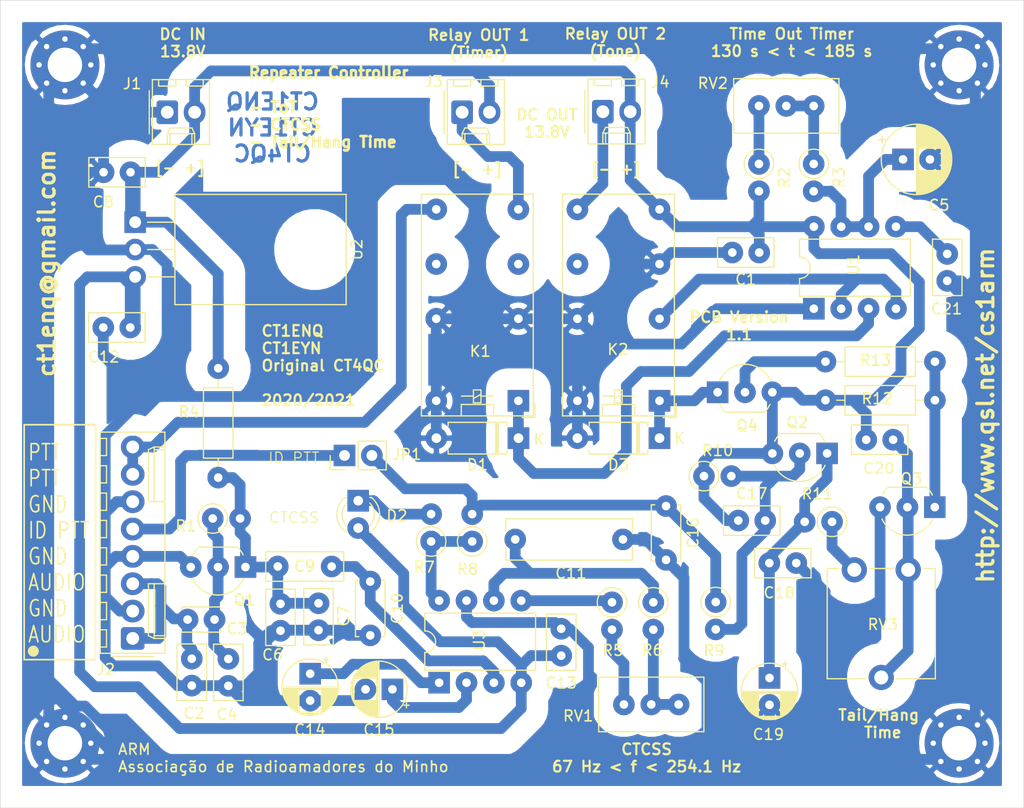
<source format=kicad_pcb>
(kicad_pcb (version 20171130) (host pcbnew 5.1.9-1.fc33)
  (layers (0 F.Cu signal) (31 B.Cu signal) (35 F.Paste user) (37 F.SilkS user) (38 B.Mask user) (39 F.Mask user) (44 Edge.Cuts user))
  (net 0 "")
  (net 1 GND)
  (net 2 RX_Audio)
  (net 3 PTT)
  (net 4 "Net-(D2-Pad1)")
  (net 5 +12V)
  (net 6 "Net-(D1-Pad1)")
  (net 7 "Net-(Q3-Pad1)")
  (net 8 "Net-(Q4-Pad2)")
  (net 9 "Net-(C6-Pad1)")
  (net 10 +5V)
  (net 11 "Net-(C10-Pad1)")
  (net 12 "Net-(C11-Pad1)")
  (net 13 ToneDetector)
  (net 14 "Net-(R3-Pad1)")
  (net 15 "Net-(R5-Pad1)")
  (net 16 "Net-(R7-Pad1)")
  (net 17 "Net-(D3-Pad1)")
  (net 18 "Net-(J3-Pad1)")
  (net 19 "Net-(J4-Pad1)")
  (net 20 "Net-(C3-Pad1)")
  (net 21 "Net-(C5-Pad1)")
  (net 22 "Net-(C14-Pad1)")
  (net 23 "Net-(C15-Pad1)")
  (net 24 "Net-(C17-Pad2)")
  (net 25 "Net-(C18-Pad1)")
  (net 26 "Net-(C20-Pad2)")
  (net 27 "Net-(R2-Pad1)")
  (net 28 "Net-(R5-Pad2)")
  (net 29 "Net-(R6-Pad2)")
  (net 30 "Net-(K1-Pad11)")
  (net 31 "Net-(K1-Pad6)")
  (net 32 "Net-(K2-Pad11)")
  (net 33 "Net-(C21-Pad1)")
  (net 34 "Net-(C16-Pad1)")
  (net 35 TIMER_CTRL)
  (net 36 "Net-(R11-Pad1)")
  (module Capacitor_THT:C_Rect_L11.5mm_W3.6mm_P10.00mm_MKT (layer F.Cu) (at 91.3968 88.8746)
    (fp_text reference C11 (at 5.1689 3.1369) (layer F.SilkS))
    (fp_text value "100n Polyester")
    (pad 2 thru_hole circle (at 10 0) (size 2 2) (drill 0.8) (layers *.Cu *.Mask) (net 1 GND))
    (pad 1 thru_hole circle (at 0 0) (size 2 2) (drill 0.8) (layers *.Cu *.Mask) (net 12 "Net-(C11-Pad1)"))
  )
  (module Package_TO_SOT_THT:TO-92_Inline_Wide (layer F.Cu) (at 66.3575 91.44 180)
    (fp_text reference Q1 (at 0.1016 -3.048) (layer F.SilkS))
    (fp_text value BC548B)
    (pad 1 thru_hole rect (at 0 0 180) (size 2 2) (drill 0.8) (layers *.Cu *.Mask) (net 9 "Net-(C6-Pad1)"))
    (pad 3 thru_hole circle (at 5.08 0 180) (size 2 2) (drill 0.8) (layers *.Cu *.Mask) (net 1 GND))
    (pad 2 thru_hole circle (at 2.54 0 180) (size 2 2) (drill 0.8) (layers *.Cu *.Mask) (net 20 "Net-(C3-Pad1)"))
  )
  (module Capacitor_THT:C_Disc_D5.0mm_W2.5mm_P5.00mm (layer F.Cu) (at 77.9399 92.7862 270)
    (fp_text reference C10 (at 2.5 -2.5 90) (layer F.SilkS))
    (fp_text value 330p)
    (pad 2 thru_hole circle (at 5 0 270) (size 2 2) (drill 0.8) (layers *.Cu *.Mask) (net 1 GND))
    (pad 1 thru_hole circle (at 0 0 270) (size 2 2) (drill 0.8) (layers *.Cu *.Mask) (net 11 "Net-(C10-Pad1)"))
  )
  (module Capacitor_THT:C_Disc_D5.0mm_W2.5mm_P5.00mm (layer F.Cu) (at 105.3973 85.7758 270)
    (fp_text reference C16 (at 2.5 -2.5 90) (layer F.SilkS))
    (fp_text value 27p)
    (pad 2 thru_hole circle (at 5 0 270) (size 2 2) (drill 0.8) (layers *.Cu *.Mask) (net 1 GND))
    (pad 1 thru_hole circle (at 0 0 270) (size 2 2) (drill 0.8) (layers *.Cu *.Mask) (net 34 "Net-(C16-Pad1)"))
  )
  (module Connector_Molex:Molex_KK-254_AE-6410-08A_1x08_P2.54mm_Vertical (layer F.Cu) (at 55.8927 98.0694 90)
    (fp_text reference J2 (at -2.8829 -2.5019 180) (layer F.SilkS))
    (fp_text value Conn_01x08)
    (pad 8 thru_hole oval (at 17.78 0 90) (size 2.1 2.19) (drill 1.19) (layers *.Cu *.Mask) (net 3 PTT))
    (pad 7 thru_hole oval (at 15.24 0 90) (size 2.1 2.19) (drill 1.19) (layers *.Cu *.Mask) (net 3 PTT))
    (pad 6 thru_hole oval (at 12.7 0 90) (size 2.1 2.19) (drill 1.19) (layers *.Cu *.Mask) (net 1 GND))
    (pad 5 thru_hole oval (at 10.16 0 90) (size 2.1 2.19) (drill 1.19) (layers *.Cu *.Mask) (net 13 ToneDetector))
    (pad 4 thru_hole oval (at 7.62 0 90) (size 2.1 2.19) (drill 1.19) (layers *.Cu *.Mask) (net 1 GND))
    (pad 3 thru_hole oval (at 5.08 0 90) (size 2.1 2.19) (drill 1.19) (layers *.Cu *.Mask) (net 2 RX_Audio))
    (pad 2 thru_hole oval (at 2.54 0 90) (size 2.1 2.19) (drill 1.19) (layers *.Cu *.Mask) (net 1 GND))
    (pad 1 thru_hole roundrect (at 0 0 90) (size 2.1 2.19) (drill 1.19) (layers *.Cu *.Mask) (roundrect_rratio 0.144) (net 2 RX_Audio))
  )
  (module Package_TO_SOT_THT:TO-92_Inline_Wide (layer F.Cu) (at 130.3401 85.8774 180)
    (fp_text reference Q3 (at 2.1717 2.6416) (layer F.SilkS))
    (fp_text value BC548B)
    (pad 1 thru_hole rect (at 0 0 180) (size 2 2) (drill 0.8) (layers *.Cu *.Mask) (net 7 "Net-(Q3-Pad1)"))
    (pad 3 thru_hole circle (at 5.08 0 180) (size 2 2) (drill 0.8) (layers *.Cu *.Mask) (net 1 GND))
    (pad 2 thru_hole circle (at 2.54 0 180) (size 2 2) (drill 0.8) (layers *.Cu *.Mask) (net 26 "Net-(C20-Pad2)"))
  )
  (module Resistor_THT:R_Axial_DIN0207_L6.3mm_D2.5mm_P2.54mm_Vertical (layer F.Cu) (at 114.0206 54 270)
    (fp_text reference R2 (at 1.27 -2.37 90) (layer F.SilkS))
    (fp_text value 1M)
    (pad 2 thru_hole oval (at 2.54 0 270) (size 2 2) (drill 0.8) (layers *.Cu *.Mask) (net 5 +12V))
    (pad 1 thru_hole circle (at 0 0 270) (size 2 2) (drill 0.8) (layers *.Cu *.Mask) (net 27 "Net-(R2-Pad1)"))
  )
  (module Potentiometer_THT:Potentiometer_ACP_CA9-V10_Vertical (layer F.Cu) (at 122.8725 91.694 270)
    (fp_text reference RV3 (at 5.08 -2.6416 180) (layer F.SilkS))
    (fp_text value 22k)
    (pad 1 thru_hole circle (at 0 0 270) (size 2.34 2.34) (drill 1.3) (layers *.Cu *.Mask) (net 36 "Net-(R11-Pad1)"))
    (pad 2 thru_hole circle (at 10 -2.5 270) (size 2.34 2.34) (drill 1.3) (layers *.Cu *.Mask) (net 26 "Net-(C20-Pad2)"))
    (pad 3 thru_hole circle (at 0 -5 270) (size 2.34 2.34) (drill 1.3) (layers *.Cu *.Mask) (net 26 "Net-(C20-Pad2)"))
  )
  (module Capacitor_THT:C_Disc_D7.0mm_W2.5mm_P5.00mm (layer F.Cu) (at 74.3585 91.3892 180)
    (fp_text reference C9 (at 2.5146 0.0254) (layer F.SilkS))
    (fp_text value 470n)
    (pad 1 thru_hole circle (at 0 0 180) (size 2 2) (drill 0.8) (layers *.Cu *.Mask) (net 11 "Net-(C10-Pad1)"))
    (pad 2 thru_hole circle (at 5 0 180) (size 2 2) (drill 0.8) (layers *.Cu *.Mask) (net 9 "Net-(C6-Pad1)"))
  )
  (module Capacitor_THT:C_Disc_D3.4mm_W2.1mm_P2.50mm (layer F.Cu) (at 63.4854 96.3168 180)
    (fp_text reference C3 (at -2.0974 -0.8509) (layer F.SilkS))
    (fp_text value 1u)
    (pad 2 thru_hole circle (at 2.5 0 180) (size 2 2) (drill 0.8) (layers *.Cu *.Mask) (net 2 RX_Audio))
    (pad 1 thru_hole circle (at 0 0 180) (size 2 2) (drill 0.8) (layers *.Cu *.Mask) (net 20 "Net-(C3-Pad1)"))
  )
  (module Capacitor_THT:C_Disc_D5.0mm_W2.5mm_P2.50mm (layer F.Cu) (at 73.1393 94.8055 270)
    (fp_text reference C7 (at 1.1811 -2.3368 270) (layer F.SilkS))
    (fp_text value 27p)
    (pad 2 thru_hole circle (at 2.5 0 270) (size 2 2) (drill 0.8) (layers *.Cu *.Mask) (net 1 GND))
    (pad 1 thru_hole circle (at 0 0 270) (size 2 2) (drill 0.8) (layers *.Cu *.Mask) (net 9 "Net-(C6-Pad1)"))
  )
  (module Capacitor_THT:C_Disc_D5.0mm_W2.5mm_P2.50mm (layer F.Cu) (at 69.6087 94.8563 270)
    (fp_text reference C6 (at 4.7371 0.7239 180) (layer F.SilkS))
    (fp_text value 100n)
    (pad 2 thru_hole circle (at 2.5 0 270) (size 2 2) (drill 0.8) (layers *.Cu *.Mask) (net 1 GND))
    (pad 1 thru_hole circle (at 0 0 270) (size 2 2) (drill 0.8) (layers *.Cu *.Mask) (net 9 "Net-(C6-Pad1)"))
  )
  (module Capacitor_THT:C_Disc_D5.0mm_W2.5mm_P2.50mm (layer F.Cu) (at 95.6691 99.6696 90)
    (fp_text reference C13 (at -2.54 0 180) (layer F.SilkS))
    (fp_text value 330p)
    (pad 2 thru_hole circle (at 2.5 0 90) (size 2 2) (drill 0.8) (layers *.Cu *.Mask) (net 1 GND))
    (pad 1 thru_hole circle (at 0 0 90) (size 2 2) (drill 0.8) (layers *.Cu *.Mask) (net 10 +5V))
  )
  (module Capacitor_THT:C_Disc_D5.0mm_W2.5mm_P2.50mm (layer F.Cu) (at 131.4958 62.357 270)
    (fp_text reference C21 (at 5.1054 0.0635 180) (layer F.SilkS))
    (fp_text value "10n *")
    (pad 2 thru_hole circle (at 2.5 0 270) (size 2 2) (drill 0.8) (layers *.Cu *.Mask) (net 1 GND))
    (pad 1 thru_hole circle (at 0 0 270) (size 2 2) (drill 0.8) (layers *.Cu *.Mask) (net 33 "Net-(C21-Pad1)"))
  )
  (module Capacitor_THT:C_Disc_D5.0mm_W2.5mm_P2.50mm (layer F.Cu) (at 55.6641 69.1896 180)
    (fp_text reference C12 (at 2.4511 -2.7432) (layer F.SilkS))
    (fp_text value 0.1u)
    (pad 2 thru_hole circle (at 2.5 0 180) (size 2 2) (drill 0.8) (layers *.Cu *.Mask) (net 1 GND))
    (pad 1 thru_hole circle (at 0 0 180) (size 2 2) (drill 0.8) (layers *.Cu *.Mask) (net 10 +5V))
  )
  (module Capacitor_THT:C_Disc_D5.0mm_W2.5mm_P2.50mm (layer F.Cu) (at 55.6883 54.7758 180)
    (fp_text reference C8 (at 2.5261 -2.7552) (layer F.SilkS))
    (fp_text value 0.33u)
    (pad 2 thru_hole circle (at 2.5 0 180) (size 2 2) (drill 0.8) (layers *.Cu *.Mask) (net 1 GND))
    (pad 1 thru_hole circle (at 0 0 180) (size 2 2) (drill 0.8) (layers *.Cu *.Mask) (net 5 +12V))
  )
  (module Capacitor_THT:C_Disc_D5.0mm_W2.5mm_P2.50mm (layer F.Cu) (at 64.77 99.9744 270)
    (fp_text reference C4 (at 5.1506 0.1199 180) (layer F.SilkS))
    (fp_text value 27p)
    (pad 2 thru_hole circle (at 2.5 0 270) (size 2 2) (drill 0.8) (layers *.Cu *.Mask) (net 1 GND))
    (pad 1 thru_hole circle (at 0 0 270) (size 2 2) (drill 0.8) (layers *.Cu *.Mask) (net 20 "Net-(C3-Pad1)"))
  )
  (module Capacitor_THT:C_Disc_D5.0mm_W2.5mm_P2.50mm (layer F.Cu) (at 61.3758 99.953 270)
    (fp_text reference C2 (at 5.0633 -0.2065 180) (layer F.SilkS))
    (fp_text value 330p)
    (pad 2 thru_hole circle (at 2.5 0 270) (size 2 2) (drill 0.8) (layers *.Cu *.Mask) (net 1 GND))
    (pad 1 thru_hole circle (at 0 0 270) (size 2 2) (drill 0.8) (layers *.Cu *.Mask) (net 2 RX_Audio))
  )
  (module Capacitor_THT:C_Disc_D5.0mm_W2.5mm_P2.50mm (layer F.Cu) (at 114.046 62.23 180)
    (fp_text reference C1 (at 1.25 -2.5) (layer F.SilkS))
    (fp_text value 330p)
    (pad 2 thru_hole circle (at 2.5 0 180) (size 2 2) (drill 0.8) (layers *.Cu *.Mask) (net 1 GND))
    (pad 1 thru_hole circle (at 0 0 180) (size 2 2) (drill 0.8) (layers *.Cu *.Mask) (net 5 +12V))
  )
  (module Capacitor_THT:C_Disc_D5.0mm_W2.5mm_P2.50mm (layer F.Cu) (at 123.9774 79.6163)
    (fp_text reference C20 (at 1.1684 2.667) (layer F.SilkS))
    (fp_text value 27p)
    (pad 2 thru_hole circle (at 2.5 0) (size 2 2) (drill 0.8) (layers *.Cu *.Mask) (net 26 "Net-(C20-Pad2)"))
    (pad 1 thru_hole circle (at 0 0) (size 2 2) (drill 0.8) (layers *.Cu *.Mask) (net 5 +12V))
  )
  (module Capacitor_THT:C_Disc_D5.0mm_W2.5mm_P2.50mm (layer F.Cu) (at 112.1029 87.122)
    (fp_text reference C17 (at 1.25 -2.5) (layer F.SilkS))
    (fp_text value 2.2n)
    (pad 2 thru_hole circle (at 2.5 0) (size 2 2) (drill 0.8) (layers *.Cu *.Mask) (net 24 "Net-(C17-Pad2)"))
    (pad 1 thru_hole circle (at 0 0) (size 2 2) (drill 0.8) (layers *.Cu *.Mask) (net 5 +12V))
  )
  (module Capacitor_THT:C_Disc_D5.0mm_W2.5mm_P2.50mm (layer F.Cu) (at 114.9858 91.0717)
    (fp_text reference C18 (at 0.9144 2.7559) (layer F.SilkS))
    (fp_text value 27p)
    (pad 2 thru_hole circle (at 2.5 0) (size 2 2) (drill 0.8) (layers *.Cu *.Mask) (net 1 GND))
    (pad 1 thru_hole circle (at 0 0) (size 2 2) (drill 0.8) (layers *.Cu *.Mask) (net 25 "Net-(C18-Pad1)"))
  )
  (module Capacitor_THT:CP_Radial_D6.3mm_P2.50mm (layer F.Cu) (at 127.3937 53.5813)
    (fp_text reference C5 (at 3.3401 4.2545) (layer F.SilkS))
    (fp_text value 47u/25V)
    (pad 2 thru_hole circle (at 2.5 0) (size 2 2) (drill 0.8) (layers *.Cu *.Mask) (net 1 GND))
    (pad 1 thru_hole rect (at 0 0) (size 2 2) (drill 0.8) (layers *.Cu *.Mask) (net 21 "Net-(C5-Pad1)"))
  )
  (module Capacitor_THT:CP_Radial_D5.0mm_P2.50mm (layer F.Cu) (at 114.9985 101.7397 270)
    (fp_text reference C19 (at 5.2451 0.1016 180) (layer F.SilkS))
    (fp_text value 2.2u/25V)
    (pad 2 thru_hole circle (at 2.5 0 270) (size 2 2) (drill 0.8) (layers *.Cu *.Mask) (net 1 GND))
    (pad 1 thru_hole rect (at 0 0 270) (size 2 2) (drill 0.8) (layers *.Cu *.Mask) (net 25 "Net-(C18-Pad1)"))
  )
  (module Capacitor_THT:CP_Radial_D5.0mm_P2.50mm (layer F.Cu) (at 79.99984 102.79888 180)
    (fp_text reference C15 (at 1.25 -3.75 180) (layer F.SilkS))
    (fp_text value 1u/25V)
    (pad 2 thru_hole circle (at 2.5 0 180) (size 2 2) (drill 0.8) (layers *.Cu *.Mask) (net 1 GND))
    (pad 1 thru_hole rect (at 0 0 180) (size 2 2) (drill 0.8) (layers *.Cu *.Mask) (net 23 "Net-(C15-Pad1)"))
  )
  (module Capacitor_THT:CP_Radial_D5.0mm_P2.50mm (layer F.Cu) (at 72.3646 101.346 270)
    (fp_text reference C14 (at 5.207 0.0254 180) (layer F.SilkS))
    (fp_text value 47u/25V)
    (pad 2 thru_hole circle (at 2.5 0 270) (size 2 2) (drill 0.8) (layers *.Cu *.Mask) (net 1 GND))
    (pad 1 thru_hole rect (at 0 0 270) (size 2 2) (drill 0.8) (layers *.Cu *.Mask) (net 22 "Net-(C14-Pad1)"))
  )
  (module Resistor_THT:R_Axial_DIN0207_L6.3mm_D2.5mm_P10.16mm_Horizontal (layer F.Cu) (at 63.8302 72.9742 270)
    (fp_text reference R4 (at 4.064 2.7178 180) (layer F.SilkS))
    (fp_text value 15k)
    (pad 2 thru_hole oval (at 10.16 0 270) (size 2 2) (drill 0.8) (layers *.Cu *.Mask) (net 9 "Net-(C6-Pad1)"))
    (pad 1 thru_hole circle (at 0 0 270) (size 2 2) (drill 0.8) (layers *.Cu *.Mask) (net 5 +12V))
  )
  (module Connector_PinHeader_2.54mm:PinHeader_1x02_P2.54mm_Vertical (layer F.Cu) (at 75.5523 81.0768 90)
    (fp_text reference JP1 (at 0.1016 5.7785 180) (layer F.SilkS))
    (fp_text value Jumper)
    (pad 2 thru_hole oval (at 0 2.54 90) (size 2 2) (drill 1) (layers *.Cu *.Mask) (net 34 "Net-(C16-Pad1)"))
    (pad 1 thru_hole rect (at 0 0 90) (size 2 2) (drill 1) (layers *.Cu *.Mask) (net 13 ToneDetector))
  )
  (module Package_DIP:DIP-8_W7.62mm (layer F.Cu) (at 119.1158 67.4482 90)
    (fp_text reference U1 (at 4.0752 3.6932 90) (layer F.SilkS))
    (fp_text value NE555D)
    (pad 8 thru_hole oval (at 7.62 0 90) (size 2 2) (drill 0.8) (layers *.Cu *.Mask) (net 5 +12V))
    (pad 4 thru_hole oval (at 0 7.62 90) (size 2 2) (drill 0.8) (layers *.Cu *.Mask) (net 35 TIMER_CTRL))
    (pad 7 thru_hole oval (at 7.62 2.54 90) (size 2 2) (drill 0.8) (layers *.Cu *.Mask) (net 21 "Net-(C5-Pad1)"))
    (pad 3 thru_hole oval (at 0 5.08 90) (size 2 2) (drill 0.8) (layers *.Cu *.Mask) (net 6 "Net-(D1-Pad1)"))
    (pad 6 thru_hole oval (at 7.62 5.08 90) (size 2 2) (drill 0.8) (layers *.Cu *.Mask) (net 21 "Net-(C5-Pad1)"))
    (pad 2 thru_hole oval (at 0 2.54 90) (size 2 2) (drill 0.8) (layers *.Cu *.Mask) (net 35 TIMER_CTRL))
    (pad 5 thru_hole oval (at 7.62 7.62 90) (size 2 2) (drill 0.8) (layers *.Cu *.Mask) (net 33 "Net-(C21-Pad1)"))
    (pad 1 thru_hole rect (at 0 0 90) (size 2 2) (drill 0.8) (layers *.Cu *.Mask) (net 1 GND))
  )
  (module Package_TO_SOT_THT:TO-92_Inline_Wide (layer F.Cu) (at 120.3452 80.8863 180)
    (fp_text reference Q2 (at 2.7686 2.8829) (layer F.SilkS))
    (fp_text value BC558C)
    (pad 2 thru_hole circle (at 2.54 0 180) (size 2 2) (drill 0.8) (layers *.Cu *.Mask) (net 24 "Net-(C17-Pad2)"))
    (pad 3 thru_hole circle (at 5.08 0 180) (size 2 2) (drill 0.8) (layers *.Cu *.Mask) (net 5 +12V))
    (pad 1 thru_hole rect (at 0 0 180) (size 2 2) (drill 0.8) (layers *.Cu *.Mask) (net 25 "Net-(C18-Pad1)"))
  )
  (module Package_TO_SOT_THT:TO-92_Inline_Wide (layer F.Cu) (at 110.1852 75.2094)
    (fp_text reference Q4 (at 2.7305 3.0988) (layer F.SilkS))
    (fp_text value BC327)
    (pad 1 thru_hole rect (at 0 0) (size 2 2) (drill 0.8) (layers *.Cu *.Mask) (net 17 "Net-(D3-Pad1)"))
    (pad 3 thru_hole circle (at 5.08 0) (size 2 2) (drill 0.8) (layers *.Cu *.Mask) (net 5 +12V))
    (pad 2 thru_hole circle (at 2.54 0) (size 2 2) (drill 0.8) (layers *.Cu *.Mask) (net 8 "Net-(Q4-Pad2)"))
  )
  (module Resistor_THT:R_Axial_DIN0207_L6.3mm_D2.5mm_P10.16mm_Horizontal (layer F.Cu) (at 130.3528 75.946 180)
    (fp_text reference R12 (at 5.3594 0.1524) (layer F.SilkS))
    (fp_text value 10k)
    (pad 2 thru_hole oval (at 10.16 0 180) (size 2 2) (drill 0.8) (layers *.Cu *.Mask) (net 5 +12V))
    (pad 1 thru_hole circle (at 0 0 180) (size 2 2) (drill 0.8) (layers *.Cu *.Mask) (net 7 "Net-(Q3-Pad1)"))
  )
  (module Resistor_THT:R_Axial_DIN0207_L6.3mm_D2.5mm_P10.16mm_Horizontal (layer F.Cu) (at 130.3528 72.3646 180)
    (fp_text reference R13 (at 5.5118 0.127) (layer F.SilkS))
    (fp_text value 1k8)
    (pad 2 thru_hole oval (at 10.16 0 180) (size 2 2) (drill 0.8) (layers *.Cu *.Mask) (net 8 "Net-(Q4-Pad2)"))
    (pad 1 thru_hole circle (at 0 0 180) (size 2 2) (drill 0.8) (layers *.Cu *.Mask) (net 7 "Net-(Q3-Pad1)"))
  )
  (module Package_DIP:DIP-8_W7.62mm (layer F.Cu) (at 84.3358 102.183 90)
    (fp_text reference U3 (at 3.9612 3.726 90) (layer F.SilkS))
    (fp_text value NE567)
    (pad 8 thru_hole oval (at 7.62 0 90) (size 2 2) (drill 0.8) (layers *.Cu *.Mask) (net 16 "Net-(R7-Pad1)"))
    (pad 4 thru_hole oval (at 0 7.62 90) (size 2 2) (drill 0.8) (layers *.Cu *.Mask) (net 10 +5V))
    (pad 7 thru_hole oval (at 7.62 2.54 90) (size 2 2) (drill 0.8) (layers *.Cu *.Mask) (net 1 GND))
    (pad 3 thru_hole oval (at 0 5.08 90) (size 2 2) (drill 0.8) (layers *.Cu *.Mask) (net 11 "Net-(C10-Pad1)"))
    (pad 6 thru_hole oval (at 7.62 5.08 90) (size 2 2) (drill 0.8) (layers *.Cu *.Mask) (net 12 "Net-(C11-Pad1)"))
    (pad 2 thru_hole oval (at 0 2.54 90) (size 2 2) (drill 0.8) (layers *.Cu *.Mask) (net 23 "Net-(C15-Pad1)"))
    (pad 5 thru_hole oval (at 7.62 7.62 90) (size 2 2) (drill 0.8) (layers *.Cu *.Mask) (net 15 "Net-(R5-Pad1)"))
    (pad 1 thru_hole rect (at 0 0 90) (size 2 2) (drill 0.8) (layers *.Cu *.Mask) (net 22 "Net-(C14-Pad1)"))
  )
  (module MountingHole:MountingHole_3.2mm_M3_Pad_Via (layer F.Cu) (at 49.6 44.8)
    (fp_text reference REF** hide)
    (fp_text value MountingHole_3.2mm_M3_Pad_Via)
    (pad 1 thru_hole circle (at 1.697056 -1.697056) (size 0.8 0.8) (drill 0.5) (layers *.Cu *.Mask) (net 1 GND))
    (pad 1 thru_hole circle (at 0 -2.4) (size 0.8 0.8) (drill 0.5) (layers *.Cu *.Mask) (net 1 GND))
    (pad 1 thru_hole circle (at -1.697056 -1.697056) (size 0.8 0.8) (drill 0.5) (layers *.Cu *.Mask) (net 1 GND))
    (pad 1 thru_hole circle (at -2.4 0) (size 0.8 0.8) (drill 0.5) (layers *.Cu *.Mask) (net 1 GND))
    (pad 1 thru_hole circle (at -1.697056 1.697056) (size 0.8 0.8) (drill 0.5) (layers *.Cu *.Mask) (net 1 GND))
    (pad 1 thru_hole circle (at 0 2.4) (size 0.8 0.8) (drill 0.5) (layers *.Cu *.Mask) (net 1 GND))
    (pad 1 thru_hole circle (at 1.697056 1.697056) (size 0.8 0.8) (drill 0.5) (layers *.Cu *.Mask) (net 1 GND))
    (pad 1 thru_hole circle (at 2.4 0) (size 0.8 0.8) (drill 0.5) (layers *.Cu *.Mask) (net 1 GND))
    (pad 1 thru_hole circle (at 0 0) (size 6.4 6.4) (drill 3.2) (layers *.Cu *.Mask) (net 1 GND))
  )
  (module MountingHole:MountingHole_3.2mm_M3_Pad_Via (layer F.Cu) (at 49.6 107.8)
    (fp_text reference REF** hide)
    (fp_text value MountingHole_3.2mm_M3_Pad_Via)
    (pad 1 thru_hole circle (at 1.697056 -1.697056) (size 0.8 0.8) (drill 0.5) (layers *.Cu *.Mask) (net 1 GND))
    (pad 1 thru_hole circle (at 0 -2.4) (size 0.8 0.8) (drill 0.5) (layers *.Cu *.Mask) (net 1 GND))
    (pad 1 thru_hole circle (at -1.697056 -1.697056) (size 0.8 0.8) (drill 0.5) (layers *.Cu *.Mask) (net 1 GND))
    (pad 1 thru_hole circle (at -2.4 0) (size 0.8 0.8) (drill 0.5) (layers *.Cu *.Mask) (net 1 GND))
    (pad 1 thru_hole circle (at -1.697056 1.697056) (size 0.8 0.8) (drill 0.5) (layers *.Cu *.Mask) (net 1 GND))
    (pad 1 thru_hole circle (at 0 2.4) (size 0.8 0.8) (drill 0.5) (layers *.Cu *.Mask) (net 1 GND))
    (pad 1 thru_hole circle (at 1.697056 1.697056) (size 0.8 0.8) (drill 0.5) (layers *.Cu *.Mask) (net 1 GND))
    (pad 1 thru_hole circle (at 2.4 0) (size 0.8 0.8) (drill 0.5) (layers *.Cu *.Mask) (net 1 GND))
    (pad 1 thru_hole circle (at 0 0) (size 6.4 6.4) (drill 3.2) (layers *.Cu *.Mask) (net 1 GND))
  )
  (module MountingHole:MountingHole_3.2mm_M3_Pad_Via (layer F.Cu) (at 132.6 107.8)
    (fp_text reference REF** hide)
    (fp_text value MountingHole_3.2mm_M3_Pad_Via)
    (pad 1 thru_hole circle (at 1.697056 -1.697056) (size 0.8 0.8) (drill 0.5) (layers *.Cu *.Mask) (net 1 GND))
    (pad 1 thru_hole circle (at 0 -2.4) (size 0.8 0.8) (drill 0.5) (layers *.Cu *.Mask) (net 1 GND))
    (pad 1 thru_hole circle (at -1.697056 -1.697056) (size 0.8 0.8) (drill 0.5) (layers *.Cu *.Mask) (net 1 GND))
    (pad 1 thru_hole circle (at -2.4 0) (size 0.8 0.8) (drill 0.5) (layers *.Cu *.Mask) (net 1 GND))
    (pad 1 thru_hole circle (at -1.697056 1.697056) (size 0.8 0.8) (drill 0.5) (layers *.Cu *.Mask) (net 1 GND))
    (pad 1 thru_hole circle (at 0 2.4) (size 0.8 0.8) (drill 0.5) (layers *.Cu *.Mask) (net 1 GND))
    (pad 1 thru_hole circle (at 1.697056 1.697056) (size 0.8 0.8) (drill 0.5) (layers *.Cu *.Mask) (net 1 GND))
    (pad 1 thru_hole circle (at 2.4 0) (size 0.8 0.8) (drill 0.5) (layers *.Cu *.Mask) (net 1 GND))
    (pad 1 thru_hole circle (at 0 0) (size 6.4 6.4) (drill 3.2) (layers *.Cu *.Mask) (net 1 GND))
  )
  (module MountingHole:MountingHole_3.2mm_M3_Pad_Via (layer F.Cu) (at 132.6 44.8)
    (fp_text reference REF** hide)
    (fp_text value MountingHole_3.2mm_M3_Pad_Via)
    (pad 1 thru_hole circle (at 1.697056 -1.697056) (size 0.8 0.8) (drill 0.5) (layers *.Cu *.Mask) (net 1 GND))
    (pad 1 thru_hole circle (at 0 -2.4) (size 0.8 0.8) (drill 0.5) (layers *.Cu *.Mask) (net 1 GND))
    (pad 1 thru_hole circle (at -1.697056 -1.697056) (size 0.8 0.8) (drill 0.5) (layers *.Cu *.Mask) (net 1 GND))
    (pad 1 thru_hole circle (at -2.4 0) (size 0.8 0.8) (drill 0.5) (layers *.Cu *.Mask) (net 1 GND))
    (pad 1 thru_hole circle (at -1.697056 1.697056) (size 0.8 0.8) (drill 0.5) (layers *.Cu *.Mask) (net 1 GND))
    (pad 1 thru_hole circle (at 0 2.4) (size 0.8 0.8) (drill 0.5) (layers *.Cu *.Mask) (net 1 GND))
    (pad 1 thru_hole circle (at 1.697056 1.697056) (size 0.8 0.8) (drill 0.5) (layers *.Cu *.Mask) (net 1 GND))
    (pad 1 thru_hole circle (at 2.4 0) (size 0.8 0.8) (drill 0.5) (layers *.Cu *.Mask) (net 1 GND))
    (pad 1 thru_hole circle (at 0 0) (size 6.4 6.4) (drill 3.2) (layers *.Cu *.Mask) (net 1 GND))
  )
  (module Relay_THT:Relay_DPDT_Omron_G5V-2 (layer F.Cu) (at 104.79 76 180)
    (fp_text reference K2 (at 3.8631 4.7657) (layer F.SilkS))
    (fp_text value "G5V-2 (Matsushita DSBT2-S-DC12V)")
    (pad 1 thru_hole rect (at 0 0 180) (size 2 2) (drill 0.8) (layers *.Cu *.Mask) (net 17 "Net-(D3-Pad1)"))
    (pad 16 thru_hole circle (at 7.62 0 180) (size 2 2) (drill 0.8) (layers *.Cu *.Mask) (net 1 GND))
    (pad 6 thru_hole circle (at 0 12.7 180) (size 2 2) (drill 0.8) (layers *.Cu *.Mask) (net 1 GND))
    (pad 8 thru_hole circle (at 0 17.78 180) (size 2 2) (drill 0.8) (layers *.Cu *.Mask) (net 5 +12V))
    (pad 4 thru_hole circle (at 0 7.62 180) (size 2 2) (drill 0.8) (layers *.Cu *.Mask) (net 35 TIMER_CTRL))
    (pad 11 thru_hole circle (at 7.62 12.7 180) (size 2 2) (drill 0.8) (layers *.Cu *.Mask) (net 32 "Net-(K2-Pad11)"))
    (pad 9 thru_hole circle (at 7.62 17.78 180) (size 2 2) (drill 0.8) (layers *.Cu *.Mask) (net 19 "Net-(J4-Pad1)"))
    (pad 13 thru_hole circle (at 7.62 7.62 180) (size 2 2) (drill 0.8) (layers *.Cu *.Mask) (net 1 GND))
  )
  (module Relay_THT:Relay_DPDT_Omron_G5V-2 (layer F.Cu) (at 91.69 76 180)
    (fp_text reference K1 (at 3.5393 4.6006) (layer F.SilkS))
    (fp_text value "G5V-2 (Matsushita DSBT2-S-DC12V)")
    (pad 13 thru_hole circle (at 7.62 7.62 180) (size 2 2) (drill 0.8) (layers *.Cu *.Mask) (net 1 GND))
    (pad 9 thru_hole circle (at 7.62 17.78 180) (size 2 2) (drill 0.8) (layers *.Cu *.Mask) (net 3 PTT))
    (pad 11 thru_hole circle (at 7.62 12.7 180) (size 2 2) (drill 0.8) (layers *.Cu *.Mask) (net 30 "Net-(K1-Pad11)"))
    (pad 4 thru_hole circle (at 0 7.62 180) (size 2 2) (drill 0.8) (layers *.Cu *.Mask) (net 1 GND))
    (pad 8 thru_hole circle (at 0 17.78 180) (size 2 2) (drill 0.8) (layers *.Cu *.Mask) (net 18 "Net-(J3-Pad1)"))
    (pad 6 thru_hole circle (at 0 12.7 180) (size 2 2) (drill 0.8) (layers *.Cu *.Mask) (net 31 "Net-(K1-Pad6)"))
    (pad 16 thru_hole circle (at 7.62 0 180) (size 2 2) (drill 0.8) (layers *.Cu *.Mask) (net 1 GND))
    (pad 1 thru_hole rect (at 0 0 180) (size 2 2) (drill 0.8) (layers *.Cu *.Mask) (net 6 "Net-(D1-Pad1)"))
  )
  (module Package_TO_SOT_THT:TO-220-3_Horizontal_TabDown (layer F.Cu) (at 56.1213 59.4106 270)
    (fp_text reference U2 (at 2.54 -20.58 90) (layer F.SilkS))
    (fp_text value L7805)
    (pad 3 thru_hole oval (at 5.08 0 270) (size 2 2) (drill 1.1) (layers *.Cu *.Mask) (net 10 +5V))
    (pad 2 thru_hole oval (at 2.54 0 270) (size 2 2) (drill 1.1) (layers *.Cu *.Mask) (net 1 GND))
    (pad 1 thru_hole rect (at 0 0 270) (size 2 2) (drill 1.1) (layers *.Cu *.Mask) (net 5 +12V))
    (pad "" np_thru_hole oval (at 2.54 -16.66 270) (size 3.5 3.5) (drill 3.5) (layers *.Cu *.Mask))
  )
  (module Diode_THT:D_A-405_P7.62mm_Horizontal (layer F.Cu) (at 104.79 79.47 180)
    (fp_text reference D3 (at 3.81 -2.47) (layer F.SilkS))
    (fp_text value 1N4148/1N4001)
    (fp_text user K (at -1.8646 -0.0066) (layer F.SilkS))
    (pad 1 thru_hole rect (at 0 0 180) (size 2 2) (drill 0.9) (layers *.Cu *.Mask) (net 17 "Net-(D3-Pad1)"))
    (pad 2 thru_hole oval (at 7.62 0 180) (size 2 2) (drill 0.9) (layers *.Cu *.Mask) (net 1 GND))
  )
  (module LED_THT:LED_D3.0mm (layer F.Cu) (at 76.8223 85.2805 270)
    (fp_text reference D2 (at 1.397 -3.5941 180) (layer F.SilkS))
    (fp_text value "LED 3mm")
    (pad 2 thru_hole circle (at 2.54 0 270) (size 2 2) (drill 0.9) (layers *.Cu *.Mask) (net 10 +5V))
    (pad 1 thru_hole rect (at 0 0 270) (size 2 2) (drill 0.9) (layers *.Cu *.Mask) (net 4 "Net-(D2-Pad1)"))
  )
  (module Connector_Molex:Molex_KK-254_AE-6410-02A_1x02_P2.54mm_Vertical (layer F.Cu) (at 99.53 49.1491)
    (fp_text reference J4 (at 5.334 -2.7522) (layer F.SilkS))
    (fp_text value Conn_01x02)
    (pad 1 thru_hole roundrect (at 0 0) (size 2 2.19) (drill 1.19) (layers *.Cu *.Mask) (roundrect_rratio 0.144) (net 19 "Net-(J4-Pad1)"))
    (pad 2 thru_hole oval (at 2.54 0) (size 2 2.19) (drill 1.19) (layers *.Cu *.Mask) (net 5 +12V))
  )
  (module Connector_Molex:Molex_KK-254_AE-6410-02A_1x02_P2.54mm_Vertical (layer F.Cu) (at 86.47 49.1991)
    (fp_text reference J3 (at -2.6416 -2.8448) (layer F.SilkS))
    (fp_text value Conn_01x02)
    (pad 1 thru_hole roundrect (at 0 0) (size 2 2.19) (drill 1.19) (layers *.Cu *.Mask) (roundrect_rratio 0.144) (net 18 "Net-(J3-Pad1)"))
    (pad 2 thru_hole oval (at 2.54 0) (size 2 2.19) (drill 1.19) (layers *.Cu *.Mask) (net 5 +12V))
  )
  (module Potentiometer_THT:Potentiometer_Bourns_3296W_Vertical (layer F.Cu) (at 101.4857 104.2035 180)
    (fp_text reference RV1 (at 4.2418 -1.0668) (layer F.SilkS))
    (fp_text value 100k)
    (pad 1 thru_hole circle (at 0 0 180) (size 2 2) (drill 0.8) (layers *.Cu *.Mask) (net 28 "Net-(R5-Pad2)"))
    (pad 2 thru_hole circle (at -2.54 0 180) (size 2 2) (drill 0.8) (layers *.Cu *.Mask) (net 29 "Net-(R6-Pad2)"))
    (pad 3 thru_hole circle (at -5.08 0 180) (size 2 2) (drill 0.8) (layers *.Cu *.Mask) (net 29 "Net-(R6-Pad2)"))
  )
  (module Resistor_THT:R_Axial_DIN0207_L6.3mm_D2.5mm_P2.54mm_Vertical (layer F.Cu) (at 104.2162 94.7166 270)
    (fp_text reference R6 (at 4.445 0.0889 180) (layer F.SilkS))
    (fp_text value 2k7)
    (pad 1 thru_hole circle (at 0 0 270) (size 2 2) (drill 0.8) (layers *.Cu *.Mask) (net 12 "Net-(C11-Pad1)"))
    (pad 2 thru_hole oval (at 2.54 0 270) (size 2 2) (drill 0.8) (layers *.Cu *.Mask) (net 29 "Net-(R6-Pad2)"))
  )
  (module Potentiometer_THT:Potentiometer_Bourns_3296W_Vertical (layer F.Cu) (at 114.0206 48.6156 180)
    (fp_text reference RV2 (at 4.2799 2.1082) (layer F.SilkS))
    (fp_text value 1M)
    (pad 3 thru_hole circle (at -5.08 0 180) (size 2 2) (drill 0.8) (layers *.Cu *.Mask) (net 14 "Net-(R3-Pad1)"))
    (pad 2 thru_hole circle (at -2.54 0 180) (size 2 2) (drill 0.8) (layers *.Cu *.Mask) (net 14 "Net-(R3-Pad1)"))
    (pad 1 thru_hole circle (at 0 0 180) (size 2 2) (drill 0.8) (layers *.Cu *.Mask) (net 27 "Net-(R2-Pad1)"))
  )
  (module Resistor_THT:R_Axial_DIN0207_L6.3mm_D2.5mm_P2.54mm_Vertical (layer F.Cu) (at 120.8057 87.2368 180)
    (fp_text reference R11 (at 1.38 2.59) (layer F.SilkS))
    (fp_text value 100)
    (pad 2 thru_hole oval (at 2.54 0 180) (size 2 2) (drill 0.8) (layers *.Cu *.Mask) (net 25 "Net-(C18-Pad1)"))
    (pad 1 thru_hole circle (at 0 0 180) (size 2 2) (drill 0.8) (layers *.Cu *.Mask) (net 36 "Net-(R11-Pad1)"))
  )
  (module Resistor_THT:R_Axial_DIN0207_L6.3mm_D2.5mm_P2.54mm_Vertical (layer F.Cu) (at 108.9152 82.9945)
    (fp_text reference R10 (at 1.27 -2.37) (layer F.SilkS))
    (fp_text value 100k)
    (pad 2 thru_hole oval (at 2.54 0) (size 2 2) (drill 0.8) (layers *.Cu *.Mask) (net 24 "Net-(C17-Pad2)"))
    (pad 1 thru_hole circle (at 0 0) (size 2 2) (drill 0.8) (layers *.Cu *.Mask) (net 5 +12V))
  )
  (module Resistor_THT:R_Axial_DIN0207_L6.3mm_D2.5mm_P2.54mm_Vertical (layer F.Cu) (at 110.0074 94.6912 270)
    (fp_text reference R9 (at 4.4958 0.1524 180) (layer F.SilkS))
    (fp_text value 2k2)
    (pad 2 thru_hole oval (at 2.54 0 270) (size 2 2) (drill 0.8) (layers *.Cu *.Mask) (net 24 "Net-(C17-Pad2)"))
    (pad 1 thru_hole circle (at 0 0 270) (size 2 2) (drill 0.8) (layers *.Cu *.Mask) (net 34 "Net-(C16-Pad1)"))
  )
  (module Resistor_THT:R_Axial_DIN0207_L6.3mm_D2.5mm_P2.54mm_Vertical (layer F.Cu) (at 87.4014 89.0651 90)
    (fp_text reference R8 (at -2.5781 -0.4318 180) (layer F.SilkS))
    (fp_text value 1k8)
    (pad 2 thru_hole oval (at 2.54 0 90) (size 2 2) (drill 0.8) (layers *.Cu *.Mask) (net 34 "Net-(C16-Pad1)"))
    (pad 1 thru_hole circle (at 0 0 90) (size 2 2) (drill 0.8) (layers *.Cu *.Mask) (net 16 "Net-(R7-Pad1)"))
  )
  (module Resistor_THT:R_Axial_DIN0207_L6.3mm_D2.5mm_P2.54mm_Vertical (layer F.Cu) (at 83.5914 89.0651 90)
    (fp_text reference R7 (at -2.3876 -0.635 180) (layer F.SilkS))
    (fp_text value 150)
    (pad 2 thru_hole oval (at 2.54 0 90) (size 2 2) (drill 0.8) (layers *.Cu *.Mask) (net 4 "Net-(D2-Pad1)"))
    (pad 1 thru_hole circle (at 0 0 90) (size 2 2) (drill 0.8) (layers *.Cu *.Mask) (net 16 "Net-(R7-Pad1)"))
  )
  (module Resistor_THT:R_Axial_DIN0207_L6.3mm_D2.5mm_P2.54mm_Vertical (layer F.Cu) (at 100.3805 94.7146 270)
    (fp_text reference R5 (at 4.4724 -0.0765 180) (layer F.SilkS))
    (fp_text value 33k)
    (pad 1 thru_hole circle (at 0 0 270) (size 2 2) (drill 0.8) (layers *.Cu *.Mask) (net 15 "Net-(R5-Pad1)"))
    (pad 2 thru_hole oval (at 2.54 0 270) (size 2 2) (drill 0.8) (layers *.Cu *.Mask) (net 28 "Net-(R5-Pad2)"))
  )
  (module Resistor_THT:R_Axial_DIN0207_L6.3mm_D2.5mm_P2.54mm_Vertical (layer F.Cu) (at 119.1006 54 270)
    (fp_text reference R3 (at 1.27 -2.37 90) (layer F.SilkS))
    (fp_text value 1.5M)
    (pad 2 thru_hole oval (at 2.54 0 270) (size 2 2) (drill 0.8) (layers *.Cu *.Mask) (net 21 "Net-(C5-Pad1)"))
    (pad 1 thru_hole circle (at 0 0 270) (size 2 2) (drill 0.8) (layers *.Cu *.Mask) (net 14 "Net-(R3-Pad1)"))
  )
  (module Resistor_THT:R_Axial_DIN0207_L6.3mm_D2.5mm_P2.54mm_Vertical (layer F.Cu) (at 63.3222 86.9315)
    (fp_text reference R1 (at -2.4892 0.6858) (layer F.SilkS))
    (fp_text value 1.5M)
    (pad 1 thru_hole circle (at 0 0) (size 2 2) (drill 0.8) (layers *.Cu *.Mask) (net 20 "Net-(C3-Pad1)"))
    (pad 2 thru_hole oval (at 2.54 0) (size 2 2) (drill 0.8) (layers *.Cu *.Mask) (net 9 "Net-(C6-Pad1)"))
  )
  (module Connector_Molex:Molex_KK-254_AE-6410-02A_1x02_P2.54mm_Vertical (layer F.Cu) (at 59.1 49.1991)
    (fp_text reference J1 (at -3.2512 -2.6506) (layer F.SilkS))
    (fp_text value Conn_01x02)
    (pad 1 thru_hole roundrect (at 0 0) (size 2 2.19) (drill 1.19) (layers *.Cu *.Mask) (roundrect_rratio 0.144) (net 1 GND))
    (pad 2 thru_hole oval (at 2.54 0) (size 2 2.19) (drill 1.19) (layers *.Cu *.Mask) (net 5 +12V))
  )
  (module Diode_THT:D_A-405_P7.62mm_Horizontal (layer F.Cu) (at 91.7 79.47 180)
    (fp_text reference D1 (at 3.81 -2.47) (layer F.SilkS))
    (fp_text value 1N4148/1N4001)
    (fp_text user K (at -1.899 -0.1209) (layer F.SilkS))
    (pad 2 thru_hole oval (at 7.62 0 180) (size 2 2) (drill 0.9) (layers *.Cu *.Mask) (net 1 GND))
    (pad 1 thru_hole rect (at 0 0 180) (size 2 2) (drill 0.9) (layers *.Cu *.Mask) (net 6 "Net-(D1-Pad1)"))
  )
  (gr_text http://www.qsl.net/cs1arm (at 135.0518 77.3557 90) (layer F.SilkS) (effects (font (size 1.5 1.5) (thickness 0.3))))
  (gr_text "PCB Version\n1.1" (at 112.1791 69.0372) (layer F.SilkS) (effects (font (size 1 1) (thickness 0.2))))
  (gr_circle (center 46.66996 99.25304) (end 46.49216 99.08794) (layer F.SilkS) (width 0.12))
  (gr_circle (center 46.65726 99.24034) (end 46.68266 99.25304) (layer F.SilkS) (width 0.12))
  (gr_circle (center 46.66996 99.25304) (end 46.78426 99.32924) (layer F.SilkS) (width 0.12))
  (gr_circle (center 46.64456 99.24034) (end 46.70806 99.26574) (layer F.SilkS) (width 0.12))
  (gr_circle (center 46.66996 99.25304) (end 46.87316 99.51974) (layer F.SilkS) (width 0.12))
  (gr_circle (center 46.66996 99.25304) (end 46.98746 99.57054) (layer F.SilkS) (width 0.12))
  (gr_line (start 52.451 78.22184) (end 45.8216 78.22184) (layer F.SilkS) (width 0.15))
  (gr_line (start 52.42306 100.04044) (end 52.44846 78.24724) (layer F.SilkS) (width 0.15))
  (gr_line (start 45.81906 100.04044) (end 52.42306 100.04044) (layer F.SilkS) (width 0.15))
  (gr_line (start 45.81906 78.24724) (end 45.81906 100.04044) (layer F.SilkS) (width 0.15))
  (gr_text "PTT\nPTT\nGND\nID PTT\nGND\nAUDIO\nGND\nAUDIO" (at 46.08576 89.24544) (layer F.SilkS) (effects (font (size 1.5 1.2)) (justify left)))
  (gr_text "Tail/Hang \nTime" (at 125.5141 105.9942) (layer F.SilkS) (effects (font (size 1 1) (thickness 0.2))))
  (gr_text "ARM\nAssociação de Radioamadores do Minho" (at 54.4449 109.17428) (layer F.SilkS) (effects (font (size 1 1)) (justify left)))
  (gr_text "DC OUT\n13.8V" (at 94.3356 50.2285) (layer F.SilkS) (effects (font (size 1 1) (thickness 0.2))))
  (gr_text CTCSS (at 70.87108 86.84768) (layer F.SilkS) (effects (font (size 1 1) (thickness 0.1))))
  (gr_text "ID PTT" (at 70.8533 81.3054) (layer F.SilkS) (effects (font (size 1 1) (thickness 0.1))))
  (gr_text ct1enq@gmail.com (at 47.9171 63.2206 90) (layer F.SilkS) (effects (font (size 1.5 1.5) (thickness 0.3))))
  (gr_text "Repeater Controller\n\n- ToT\n- CTCSS\n- Tail/Hang Time" (at 66.5353 48.7426) (layer F.SilkS) (effects (font (size 1 1) (thickness 0.25)) (justify left)))
  (gr_text "[- +]" (at 100.7618 54.4703) (layer F.SilkS) (effects (font (size 1 1) (thickness 0.2))))
  (gr_text "[- +]" (at 87.8713 54.4703) (layer F.SilkS) (effects (font (size 1 1) (thickness 0.2))))
  (gr_text "[- +]" (at 60.2996 54.3433) (layer F.SilkS) (effects (font (size 1 1) (thickness 0.2))))
  (gr_text "CT1ENQ\nCT1EYN\nOriginal CT4QC\n\n2020/2021" (at 67.7418 72.7329) (layer F.SilkS) (effects (font (size 1 1) (thickness 0.2)) (justify left)))
  (gr_text "CTCSS\n67 Hz < f < 254.1 Hz" (at 103.59136 109.17428) (layer F.SilkS) (effects (font (size 1 1) (thickness 0.2))))
  (gr_text "Relay OUT 2\n(Tone)" (at 100.6983 42.7228) (layer F.SilkS) (effects (font (size 1 1) (thickness 0.2))))
  (gr_text "Relay OUT 1\n(Timer)" (at 88.011 42.8371) (layer F.SilkS) (effects (font (size 1 1) (thickness 0.2))))
  (gr_text "Time Out Timer\n130 s < t < 185 s" (at 117.0559 42.7228) (layer F.SilkS) (effects (font (size 1 1) (thickness 0.2))))
  (gr_text "DC IN\n13.8V" (at 60.5409 42.7609) (layer F.SilkS) (effects (font (size 1 1) (thickness 0.2))))
  (gr_text "CT1ENQ\nCT1EYN\nCT4QC" (at 68.86956 50.63744) (layer B.Cu) (effects (font (size 1.5 1.5) (thickness 0.3)) (justify mirror)))
  (gr_line (start 43.6 113.8) (end 43.6 38.8) (layer Edge.Cuts) (width 0.05))
  (gr_line (start 138.6 113.8) (end 43.6 113.8) (layer Edge.Cuts) (width 0.05))
  (gr_line (start 138.6 38.8) (end 138.6 113.8) (layer Edge.Cuts) (width 0.05))
  (gr_line (start 43.6 38.8) (end 138.6 38.8) (layer Edge.Cuts) (width 0.05))
  (segment (start 84.07 79.46) (end 84.08 79.47) (width 1) (layer B.Cu) (net 1))
  (segment (start 84.07 76) (end 84.07 79.46) (width 1) (layer B.Cu) (net 1))
  (segment (start 84.07 76) (end 84.07 68.38) (width 1) (layer B.Cu) (net 1))
  (segment (start 91.69 68.38) (end 97.17 68.38) (width 1) (layer B.Cu) (net 1))
  (segment (start 86.8758 94.563) (end 86.8758 96.096) (width 1) (layer B.Cu) (net 1))
  (segment (start 49.4418 44.6418) (end 48.1 43.3) (width 1) (layer B.Cu) (net 1))
  (segment (start 134.1 109.3) (end 113.237 109.3) (width 1) (layer B.Cu) (net 1))
  (segment (start 87.6078 68.38) (end 91.69 68.38) (width 1) (layer B.Cu) (net 1))
  (segment (start 102.25 63.3) (end 104.79 63.3) (width 1) (layer B.Cu) (net 1))
  (segment (start 97.17 68.38) (end 102.25 63.3) (width 1) (layer B.Cu) (net 1))
  (segment (start 119.1158 67.4482) (end 110.1232 67.4482) (width 1) (layer B.Cu) (net 1))
  (segment (start 106.8428 70.7286) (end 110.1232 67.4482) (width 1) (layer B.Cu) (net 1))
  (segment (start 55.8927 95.5294) (end 54.6989 95.5294) (width 1) (layer B.Cu) (net 1))
  (segment (start 54.6989 95.5294) (end 53.34 94.1705) (width 1) (layer B.Cu) (net 1))
  (segment (start 54.3179 90.4494) (end 55.8927 90.4494) (width 1) (layer B.Cu) (net 1))
  (segment (start 53.34 91.4273) (end 54.3179 90.4494) (width 1) (layer B.Cu) (net 1))
  (segment (start 55.8927 85.3694) (end 54.3941 85.3694) (width 1) (layer B.Cu) (net 1))
  (segment (start 53.34 86.4235) (end 53.34 91.4273) (width 1) (layer B.Cu) (net 1))
  (segment (start 54.3941 85.3694) (end 53.34 86.4235) (width 1) (layer B.Cu) (net 1))
  (segment (start 53.34 93.726) (end 53.34 91.4273) (width 1) (layer B.Cu) (net 1))
  (segment (start 53.34 94.1705) (end 53.34 93.726) (width 1) (layer B.Cu) (net 1))
  (segment (start 87.6078 57.966) (end 87.6078 68.38) (width 1) (layer B.Cu) (net 1))
  (segment (start 85.09635 55.45455) (end 87.6078 57.966) (width 1) (layer B.Cu) (net 1))
  (segment (start 79.85125 55.45455) (end 85.09635 55.45455) (width 1) (layer B.Cu) (net 1))
  (segment (start 78.1431 57.1627) (end 79.85125 55.45455) (width 1) (layer B.Cu) (net 1))
  (segment (start 78.1431 72.9234) (end 78.1431 57.1627) (width 1) (layer B.Cu) (net 1))
  (segment (start 75.4665 75.6) (end 78.1431 72.9234) (width 1) (layer B.Cu) (net 1))
  (segment (start 53.1641 71.8015) (end 56.9626 75.6) (width 1) (layer B.Cu) (net 1))
  (segment (start 53.1883 51.8026) (end 55.7918 49.1991) (width 1) (layer B.Cu) (net 1))
  (segment (start 59.1 49.1991) (end 55.7918 49.1991) (width 1) (layer B.Cu) (net 1))
  (segment (start 56.9626 75.6) (end 58.5439 75.6) (width 1) (layer B.Cu) (net 1))
  (segment (start 53.34 79.2226) (end 56.9626 75.6) (width 1) (layer B.Cu) (net 1))
  (segment (start 53.34 86.4235) (end 53.34 79.2226) (width 1) (layer B.Cu) (net 1))
  (segment (start 101.5492 109.2962) (end 98.1964 105.9434) (width 1) (layer B.Cu) (net 1))
  (segment (start 94.9198 109.22) (end 98.1964 105.9434) (width 1) (layer B.Cu) (net 1))
  (segment (start 48.1 109.3) (end 48.1292 109.3) (width 1) (layer B.Cu) (net 1))
  (segment (start 98.1964 98.9203) (end 98.1964 105.9434) (width 1) (layer B.Cu) (net 1))
  (segment (start 86.8758 96.096) (end 87.376 96.5962) (width 1) (layer B.Cu) (net 1))
  (segment (start 53.9991 49.1991) (end 55.7918 49.1991) (width 1) (layer B.Cu) (net 1))
  (segment (start 48.1 43.3) (end 53.9991 49.1991) (width 1) (layer B.Cu) (net 1))
  (segment (start 48.1 43.3) (end 134.1 43.3) (width 1) (layer B.Cu) (net 1))
  (segment (start 134.1 54.4696) (end 134.1 43.3) (width 1) (layer B.Cu) (net 1))
  (segment (start 134.1 51.7659) (end 134.1 43.3) (width 1) (layer B.Cu) (net 1))
  (segment (start 105.86 62.23) (end 104.79 63.3) (width 1) (layer B.Cu) (net 1))
  (segment (start 111.6476 62.23) (end 105.86 62.23) (width 1) (layer B.Cu) (net 1))
  (segment (start 95.0957 96.5962) (end 95.6691 97.1696) (width 1) (layer B.Cu) (net 1))
  (segment (start 87.376 96.5962) (end 95.0957 96.5962) (width 1) (layer B.Cu) (net 1))
  (segment (start 95.6691 97.1696) (end 96.4457 97.1696) (width 1) (layer B.Cu) (net 1))
  (segment (start 96.4457 97.1696) (end 98.1964 98.9203) (width 1) (layer B.Cu) (net 1))
  (segment (start 64.7486 102.453) (end 64.77 102.4744) (width 1) (layer B.Cu) (net 1))
  (segment (start 61.3758 102.453) (end 64.7486 102.453) (width 1) (layer B.Cu) (net 1))
  (segment (start 66.1416 103.846) (end 64.77 102.4744) (width 1) (layer B.Cu) (net 1))
  (segment (start 72.3646 103.846) (end 66.1416 103.846) (width 1) (layer B.Cu) (net 1))
  (segment (start 69.6595 97.3055) (end 69.6087 97.3563) (width 1) (layer B.Cu) (net 1))
  (segment (start 73.1393 97.3055) (end 69.6595 97.3055) (width 1) (layer B.Cu) (net 1))
  (segment (start 64.77 102.4744) (end 66.3594 102.4744) (width 1) (layer B.Cu) (net 1))
  (segment (start 66.3594 102.4744) (end 67.5894 101.2444) (width 1) (layer B.Cu) (net 1))
  (segment (start 67.5894 98.4885) (end 68.7216 97.3563) (width 1) (layer B.Cu) (net 1))
  (segment (start 67.5894 101.2444) (end 67.5894 98.4885) (width 1) (layer B.Cu) (net 1))
  (segment (start 132.8147 64.857) (end 134.1 66.1423) (width 1) (layer B.Cu) (net 1))
  (segment (start 131.4958 64.857) (end 132.8147 64.857) (width 1) (layer B.Cu) (net 1))
  (segment (start 134.1 66.1423) (end 134.1 51.7659) (width 1) (layer B.Cu) (net 1))
  (segment (start 109.1946 109.2962) (end 101.5492 109.2962) (width 1) (layer B.Cu) (net 1))
  (segment (start 110.5916 109.2962) (end 109.1946 109.2962) (width 1) (layer B.Cu) (net 1))
  (segment (start 107.0356 99.9236) (end 109.1946 102.0826) (width 1) (layer B.Cu) (net 1))
  (segment (start 109.1946 102.0826) (end 109.1946 109.2962) (width 1) (layer B.Cu) (net 1))
  (segment (start 114.9985 104.2397) (end 114.9985 107.7671) (width 1) (layer B.Cu) (net 1))
  (segment (start 113.4656 109.3) (end 121.6114 109.3) (width 1) (layer B.Cu) (net 1))
  (segment (start 114.9985 107.7671) (end 113.4656 109.3) (width 1) (layer B.Cu) (net 1))
  (segment (start 120.1547 107.8433) (end 121.6114 109.3) (width 1) (layer B.Cu) (net 1))
  (segment (start 120.1547 98.7552) (end 120.1547 107.8433) (width 1) (layer B.Cu) (net 1))
  (segment (start 121.6114 109.3) (end 134.1 109.3) (width 1) (layer B.Cu) (net 1))
  (segment (start 120.1547 93.7406) (end 120.1547 98.7552) (width 1) (layer B.Cu) (net 1))
  (segment (start 125.2601 96.4438) (end 125.2601 85.8774) (width 1) (layer B.Cu) (net 1))
  (segment (start 123.8885 97.8154) (end 125.2601 96.4438) (width 1) (layer B.Cu) (net 1))
  (segment (start 121.0945 97.8154) (end 123.8885 97.8154) (width 1) (layer B.Cu) (net 1))
  (segment (start 120.1547 98.7552) (end 121.0945 97.8154) (width 1) (layer B.Cu) (net 1))
  (segment (start 132.2846 53.5813) (end 134.1 51.7659) (width 1) (layer B.Cu) (net 1))
  (segment (start 129.8937 53.5813) (end 132.2846 53.5813) (width 1) (layer B.Cu) (net 1))
  (segment (start 51.8167 61.9894) (end 50.8254 60.9981) (width 1) (layer B.Cu) (net 1))
  (segment (start 50.8254 55.8687) (end 50.8254 60.9981) (width 1) (layer B.Cu) (net 1))
  (segment (start 51.9183 54.7758) (end 50.8254 55.8687) (width 1) (layer B.Cu) (net 1))
  (segment (start 53.1883 54.7758) (end 51.9183 54.7758) (width 1) (layer B.Cu) (net 1))
  (segment (start 53.1883 54.7758) (end 53.1883 51.8026) (width 1) (layer B.Cu) (net 1))
  (segment (start 56.0825 61.9894) (end 56.1213 61.9506) (width 1) (layer B.Cu) (net 1))
  (segment (start 51.8167 61.9894) (end 56.0825 61.9894) (width 1) (layer B.Cu) (net 1))
  (segment (start 53.1641 69.1896) (end 53.1641 71.8015) (width 1) (layer B.Cu) (net 1))
  (segment (start 99.5186 70.7286) (end 106.8428 70.7286) (width 1) (layer B.Cu) (net 1))
  (segment (start 97.17 68.38) (end 99.5186 70.7286) (width 1) (layer B.Cu) (net 1))
  (segment (start 103.4961 88.8746) (end 105.3973 90.7758) (width 1) (layer B.Cu) (net 1))
  (segment (start 101.3968 88.8746) (end 103.4961 88.8746) (width 1) (layer B.Cu) (net 1))
  (segment (start 105.3973 90.7758) (end 107.061 92.4395) (width 1) (layer B.Cu) (net 1))
  (segment (start 107.061 99.8982) (end 107.0356 99.9236) (width 1) (layer B.Cu) (net 1))
  (segment (start 107.061 92.4395) (end 107.061 99.8982) (width 1) (layer B.Cu) (net 1))
  (segment (start 68.7216 97.3563) (end 69.6087 97.3563) (width 1) (layer B.Cu) (net 1))
  (segment (start 84.07 68.38) (end 87.6078 68.38) (width 1) (layer B.Cu) (net 1))
  (segment (start 58.5439 75.6) (end 75.4665 75.6) (width 1) (layer B.Cu) (net 1))
  (segment (start 56.1213 61.9506) (end 57.70372 61.9506) (width 1) (layer B.Cu) (net 1))
  (segment (start 57.70372 61.9506) (end 59.09056 63.33744) (width 1) (layer B.Cu) (net 1))
  (segment (start 59.09056 74.47788) (end 58.5439 75.02454) (width 1) (layer B.Cu) (net 1))
  (segment (start 59.09056 63.33744) (end 59.09056 74.47788) (width 1) (layer B.Cu) (net 1))
  (segment (start 58.5439 75.02454) (end 58.5439 75.6) (width 1) (layer B.Cu) (net 1))
  (segment (start 57.53806 75.02454) (end 56.9626 75.6) (width 1) (layer B.Cu) (net 1))
  (segment (start 58.5439 75.02454) (end 57.53806 75.02454) (width 1) (layer B.Cu) (net 1))
  (segment (start 48.47336 103.14176) (end 54.6316 109.3) (width 1) (layer B.Cu) (net 1))
  (segment (start 48.1 103.14176) (end 48.47336 103.14176) (width 1) (layer B.Cu) (net 1))
  (segment (start 48.1 109.3) (end 54.6316 109.3) (width 1) (layer B.Cu) (net 1))
  (segment (start 48.1 103.14176) (end 48.1 109.3) (width 1) (layer B.Cu) (net 1))
  (segment (start 48.1 103.14176) (end 49.09312 103.14176) (width 1) (layer B.Cu) (net 1))
  (segment (start 54.6316 109.3) (end 55.25136 109.3) (width 1) (layer B.Cu) (net 1))
  (segment (start 48.1 101.87684) (end 48.1 102.14864) (width 1) (layer B.Cu) (net 1))
  (segment (start 49.09312 103.14176) (end 49.72686 103.7755) (width 1) (layer B.Cu) (net 1))
  (segment (start 48.1 43.3) (end 48.1 101.87684) (width 1) (layer B.Cu) (net 1))
  (segment (start 48.1 102.14864) (end 49.72686 103.7755) (width 1) (layer B.Cu) (net 1))
  (segment (start 48.1 101.87684) (end 48.1 103.14176) (width 1) (layer B.Cu) (net 1))
  (segment (start 56.31052 109.3) (end 113.4656 109.3) (width 1) (layer B.Cu) (net 1))
  (segment (start 55.25136 109.3) (end 56.31052 109.3) (width 1) (layer B.Cu) (net 1))
  (segment (start 49.72686 103.7755) (end 50.30344 104.35208) (width 1) (layer B.Cu) (net 1))
  (segment (start 50.57524 104.35208) (end 48.1 101.87684) (width 1) (layer B.Cu) (net 1))
  (segment (start 50.30344 104.35208) (end 51.45912 104.35208) (width 1) (layer B.Cu) (net 1))
  (segment (start 54.25314 107.1461) (end 54.25314 108.30178) (width 1) (layer B.Cu) (net 1))
  (segment (start 51.45912 104.35208) (end 54.25314 107.1461) (width 1) (layer B.Cu) (net 1))
  (segment (start 54.25314 108.30178) (end 55.25136 109.3) (width 1) (layer B.Cu) (net 1))
  (segment (start 53.34 99.8516) (end 53.34 93.726) (width 1) (layer B.Cu) (net 1))
  (segment (start 54.10625 100.61785) (end 53.34 99.8516) (width 1) (layer B.Cu) (net 1))
  (segment (start 58.21001 100.61785) (end 54.10625 100.61785) (width 1) (layer B.Cu) (net 1))
  (segment (start 60.04516 102.453) (end 58.21001 100.61785) (width 1) (layer B.Cu) (net 1))
  (segment (start 61.3758 102.453) (end 60.04516 102.453) (width 1) (layer B.Cu) (net 1))
  (segment (start 133.72344 67.08464) (end 134.1 67.08464) (width 1) (layer B.Cu) (net 1))
  (segment (start 131.4958 64.857) (end 133.72344 67.08464) (width 1) (layer B.Cu) (net 1))
  (segment (start 134.1 67.08464) (end 134.1 66.1423) (width 1) (layer B.Cu) (net 1))
  (segment (start 134.1 109.3) (end 134.1 67.08464) (width 1) (layer B.Cu) (net 1))
  (segment (start 117.4858 91.0717) (end 120.1547 93.7406) (width 1) (layer B.Cu) (net 1))
  (segment (start 76.45272 103.846) (end 77.49984 102.79888) (width 1) (layer B.Cu) (net 1))
  (segment (start 72.3646 103.846) (end 76.45272 103.846) (width 1) (layer B.Cu) (net 1))
  (segment (start 75.91172 97.7862) (end 77.9399 97.7862) (width 1) (layer B.Cu) (net 1))
  (segment (start 75.43102 97.3055) (end 75.91172 97.7862) (width 1) (layer B.Cu) (net 1))
  (segment (start 73.1393 97.3055) (end 75.43102 97.3055) (width 1) (layer B.Cu) (net 1))
  (segment (start 97.17 79.47) (end 97.17 76) (width 1) (layer B.Cu) (net 1))
  (segment (start 97.17 73.0772) (end 99.5186 70.7286) (width 1) (layer B.Cu) (net 1))
  (segment (start 97.17 76) (end 97.17 73.0772) (width 1) (layer B.Cu) (net 1))
  (segment (start 61.2858 91.123) (end 61.2658 91.143) (width 0.25) (layer B.Cu) (net 1))
  (segment (start 60.2869 90.4494) (end 61.2775 91.44) (width 1) (layer B.Cu) (net 1))
  (segment (start 55.8927 90.4494) (end 60.2869 90.4494) (width 1) (layer B.Cu) (net 1))
  (segment (start 61.3458 99.923) (end 61.3758 99.953) (width 0.5) (layer B.Cu) (net 2))
  (segment (start 57.6472 92.9894) (end 57.5945 92.9894) (width 1) (layer B.Cu) (net 2))
  (segment (start 55.8927 92.9894) (end 57.5945 92.9894) (width 1) (layer B.Cu) (net 2))
  (segment (start 57.5945 92.9894) (end 58.1914 92.9894) (width 1) (layer B.Cu) (net 2))
  (segment (start 58.1914 92.9894) (end 58.4962 93.2942) (width 1) (layer B.Cu) (net 2))
  (segment (start 55.8927 98.0694) (end 58.2676 98.0694) (width 1) (layer B.Cu) (net 2))
  (segment (start 58.2676 98.0694) (end 58.4962 97.8408) (width 1) (layer B.Cu) (net 2))
  (segment (start 58.4962 95.0595) (end 58.4962 93.2942) (width 1) (layer B.Cu) (net 2))
  (segment (start 58.4962 97.8408) (end 58.4962 95.0595) (width 1) (layer B.Cu) (net 2))
  (segment (start 60.9111 98.5793) (end 60.9111 96.2533) (width 1) (layer B.Cu) (net 2))
  (segment (start 61.3758 99.044) (end 60.9111 98.5793) (width 1) (layer B.Cu) (net 2))
  (segment (start 61.3758 99.953) (end 61.3758 99.044) (width 1) (layer B.Cu) (net 2))
  (segment (start 61.3758 99.953) (end 61.1164 99.953) (width 1) (layer B.Cu) (net 2))
  (segment (start 59.69 96.2533) (end 58.4962 95.0595) (width 1) (layer B.Cu) (net 2))
  (segment (start 60.9111 96.2533) (end 59.69 96.2533) (width 1) (layer B.Cu) (net 2))
  (segment (start 81.3276 58.22) (end 84.07 58.22) (width 1) (layer B.Cu) (net 3))
  (segment (start 80.8228 58.7248) (end 81.3276 58.22) (width 1) (layer B.Cu) (net 3))
  (segment (start 79.0829 76.3397) (end 80.8228 74.5998) (width 1) (layer B.Cu) (net 3))
  (segment (start 78.5114 76.9112) (end 79.0829 76.3397) (width 1) (layer B.Cu) (net 3))
  (segment (start 80.8228 74.5998) (end 80.8228 58.7248) (width 1) (layer B.Cu) (net 3))
  (segment (start 55.8927 80.2894) (end 55.8927 80.1751) (width 1) (layer B.Cu) (net 3))
  (segment (start 55.8927 80.2894) (end 57.785 80.2894) (width 1) (layer B.Cu) (net 3))
  (segment (start 60.07735 77.99705) (end 77.42555 77.99705) (width 1) (layer B.Cu) (net 3))
  (segment (start 77.42555 77.99705) (end 79.0829 76.3397) (width 1) (layer B.Cu) (net 3))
  (segment (start 57.785 80.2894) (end 60.07735 77.99705) (width 1) (layer B.Cu) (net 3))
  (segment (start 55.8927 82.8294) (end 55.8927 80.2894) (width 1) (layer B.Cu) (net 3))
  (segment (start 79.502 86.5251) (end 83.5914 86.5251) (width 1) (layer B.Cu) (net 4))
  (segment (start 78.2574 85.2805) (end 79.502 86.5251) (width 1) (layer B.Cu) (net 4))
  (segment (start 76.8223 85.2805) (end 78.2574 85.2805) (width 1) (layer B.Cu) (net 4))
  (segment (start 102.07 55.5) (end 104.79 58.22) (width 1) (layer B.Cu) (net 5))
  (segment (start 119.104 59.84) (end 119.1158 59.8282) (width 1) (layer B.Cu) (net 5))
  (segment (start 102.07 49.1491) (end 102.07 55.5) (width 1) (layer B.Cu) (net 5))
  (segment (start 89.01 46.7063) (end 89.01 49.1991) (width 1) (layer B.Cu) (net 5))
  (segment (start 87.6637 45.36) (end 89.01 46.7063) (width 1) (layer B.Cu) (net 5))
  (segment (start 102.07 49.1491) (end 102.07 46.0249) (width 1) (layer B.Cu) (net 5))
  (segment (start 101.4051 45.36) (end 87.6637 45.36) (width 1) (layer B.Cu) (net 5))
  (segment (start 102.07 46.0249) (end 101.4051 45.36) (width 1) (layer B.Cu) (net 5))
  (segment (start 61.64 51.4408) (end 61.64 49.1991) (width 1) (layer B.Cu) (net 5))
  (segment (start 61.2006 51.8802) (end 61.64 51.4408) (width 1) (layer B.Cu) (net 5))
  (segment (start 61.64 46.8854) (end 63.1654 45.36) (width 1) (layer B.Cu) (net 5))
  (segment (start 61.64 49.1991) (end 61.64 46.8854) (width 1) (layer B.Cu) (net 5))
  (segment (start 63.1654 45.36) (end 87.6637 45.36) (width 1) (layer B.Cu) (net 5))
  (segment (start 128.91 64.9655) (end 128.91 69.2862) (width 1) (layer B.Cu) (net 5))
  (segment (start 126.27905 62.33455) (end 128.91 64.9655) (width 1) (layer B.Cu) (net 5))
  (segment (start 119.59295 62.33455) (end 126.27905 62.33455) (width 1) (layer B.Cu) (net 5))
  (segment (start 119.1158 61.8574) (end 119.59295 62.33455) (width 1) (layer B.Cu) (net 5))
  (segment (start 119.1158 59.8282) (end 119.1158 61.8574) (width 1) (layer B.Cu) (net 5))
  (segment (start 124.6886 75.946) (end 127.2032 73.4314) (width 1) (layer B.Cu) (net 5))
  (segment (start 127.2032 70.993) (end 128.91 69.2862) (width 1) (layer B.Cu) (net 5))
  (segment (start 127.2032 73.4314) (end 127.2032 70.993) (width 1) (layer B.Cu) (net 5))
  (segment (start 123.9774 79.6163) (end 123.9774 77.1906) (width 1) (layer B.Cu) (net 5))
  (segment (start 123.9774 77.1906) (end 122.7328 75.946) (width 1) (layer B.Cu) (net 5))
  (segment (start 122.7328 75.946) (end 124.6886 75.946) (width 1) (layer B.Cu) (net 5))
  (segment (start 120.1928 75.946) (end 122.7328 75.946) (width 1) (layer B.Cu) (net 5))
  (segment (start 108.9152 82.9945) (end 108.9152 81.6356) (width 1) (layer B.Cu) (net 5))
  (segment (start 109.6645 80.8863) (end 115.2652 80.8863) (width 1) (layer B.Cu) (net 5))
  (segment (start 108.9152 81.6356) (end 109.6645 80.8863) (width 1) (layer B.Cu) (net 5))
  (segment (start 115.2652 75.2094) (end 115.2652 80.8863) (width 1) (layer B.Cu) (net 5))
  (segment (start 108.9152 82.9945) (end 108.9152 85.0646) (width 1) (layer B.Cu) (net 5))
  (segment (start 110.9726 87.122) (end 112.1029 87.122) (width 1) (layer B.Cu) (net 5))
  (segment (start 108.9152 85.0646) (end 110.9726 87.122) (width 1) (layer B.Cu) (net 5))
  (segment (start 58.305 54.7758) (end 61.64 51.4408) (width 1) (layer B.Cu) (net 5))
  (segment (start 63.8302 72.9742) (end 63.8302 66.4083) (width 1) (layer B.Cu) (net 5))
  (segment (start 104.79 58.22) (end 105.6123 59.0423) (width 1) (layer B.Cu) (net 5))
  (segment (start 104.79 58.22) (end 106.3997 59.8297) (width 1) (layer B.Cu) (net 5))
  (segment (start 119.1143 59.8297) (end 119.1158 59.8282) (width 1) (layer B.Cu) (net 5))
  (segment (start 114.046 62.23) (end 114.046 60.5536) (width 1) (layer B.Cu) (net 5))
  (segment (start 114.046 60.5536) (end 113.3221 59.8297) (width 1) (layer B.Cu) (net 5))
  (segment (start 113.3221 59.8297) (end 119.1143 59.8297) (width 1) (layer B.Cu) (net 5))
  (segment (start 106.3997 59.8297) (end 113.3221 59.8297) (width 1) (layer B.Cu) (net 5))
  (segment (start 114.0206 59.1312) (end 113.3221 59.8297) (width 1) (layer B.Cu) (net 5))
  (segment (start 114.0206 56.54) (end 114.0206 59.1312) (width 1) (layer B.Cu) (net 5))
  (segment (start 63.8302 72.9742) (end 63.8302 64.2112) (width 1) (layer B.Cu) (net 5))
  (segment (start 59.0296 59.4106) (end 56.1213 59.4106) (width 1) (layer B.Cu) (net 5))
  (segment (start 63.8302 64.2112) (end 59.0296 59.4106) (width 1) (layer B.Cu) (net 5))
  (segment (start 55.6883 54.7758) (end 55.6883 58.9776) (width 1) (layer B.Cu) (net 5))
  (segment (start 55.6883 58.9776) (end 56.1213 59.4106) (width 1) (layer B.Cu) (net 5))
  (segment (start 56.1213 59.4106) (end 56.1213 54.98478) (width 1) (layer B.Cu) (net 5))
  (segment (start 56.1213 54.98478) (end 56.33028 54.7758) (width 1) (layer B.Cu) (net 5))
  (segment (start 56.33028 54.7758) (end 58.305 54.7758) (width 1) (layer B.Cu) (net 5))
  (segment (start 55.6883 54.7758) (end 56.33028 54.7758) (width 1) (layer B.Cu) (net 5))
  (segment (start 115.2652 75.2094) (end 117.32768 75.2094) (width 1) (layer B.Cu) (net 5))
  (segment (start 118.06428 75.946) (end 118.27256 75.946) (width 1) (layer B.Cu) (net 5))
  (segment (start 117.32768 75.2094) (end 118.06428 75.946) (width 1) (layer B.Cu) (net 5))
  (segment (start 118.27256 75.946) (end 120.1928 75.946) (width 1) (layer B.Cu) (net 5))
  (segment (start 91.69 79.46) (end 91.7 79.47) (width 1) (layer B.Cu) (net 6))
  (segment (start 91.69 76) (end 91.69 79.46) (width 1) (layer B.Cu) (net 6))
  (segment (start 91.7 79.47) (end 91.7 80.6002) (width 1) (layer B.Cu) (net 6))
  (segment (start 91.7 79.47) (end 91.7 80.51384) (width 1) (layer B.Cu) (net 6))
  (segment (start 107.5182 73.279) (end 110.8272 69.97) (width 1) (layer B.Cu) (net 6))
  (segment (start 103.04272 73.279) (end 107.5182 73.279) (width 1) (layer B.Cu) (net 6))
  (segment (start 110.8272 69.97) (end 123.07 69.97) (width 1) (layer B.Cu) (net 6))
  (segment (start 101.71176 80.70088) (end 101.71176 74.60996) (width 1) (layer B.Cu) (net 6))
  (segment (start 123.07 69.97) (end 124.1958 68.8442) (width 1) (layer B.Cu) (net 6))
  (segment (start 101.02596 81.38668) (end 101.71176 80.70088) (width 1) (layer B.Cu) (net 6))
  (segment (start 101.02596 81.39684) (end 101.02596 81.38668) (width 1) (layer B.Cu) (net 6))
  (segment (start 99.6696 82.7532) (end 101.02596 81.39684) (width 1) (layer B.Cu) (net 6))
  (segment (start 93.1164 82.7532) (end 99.6696 82.7532) (width 1) (layer B.Cu) (net 6))
  (segment (start 91.7 81.3368) (end 93.1164 82.7532) (width 1) (layer B.Cu) (net 6))
  (segment (start 124.1958 68.8442) (end 124.1958 67.4482) (width 1) (layer B.Cu) (net 6))
  (segment (start 101.71176 74.60996) (end 103.04272 73.279) (width 1) (layer B.Cu) (net 6))
  (segment (start 91.7 79.47) (end 91.7 81.3368) (width 1) (layer B.Cu) (net 6))
  (segment (start 130.3528 72.3646) (end 130.3528 75.946) (width 1) (layer B.Cu) (net 7))
  (segment (start 130.3528 85.8647) (end 130.3401 85.8774) (width 1) (layer B.Cu) (net 7))
  (segment (start 130.3528 75.946) (end 130.3528 85.8647) (width 1) (layer B.Cu) (net 7))
  (segment (start 112.7252 75.2094) (end 112.7252 73.2536) (width 1) (layer B.Cu) (net 8))
  (segment (start 113.6142 72.3646) (end 120.1928 72.3646) (width 1) (layer B.Cu) (net 8))
  (segment (start 112.7252 73.2536) (end 113.6142 72.3646) (width 1) (layer B.Cu) (net 8))
  (segment (start 65.9003 86.9696) (end 65.8622 86.9315) (width 1) (layer B.Cu) (net 9))
  (segment (start 63.8302 83.1342) (end 65.1891 83.1342) (width 1) (layer B.Cu) (net 9))
  (segment (start 65.8622 83.8073) (end 65.8622 86.9315) (width 1) (layer B.Cu) (net 9))
  (segment (start 65.1891 83.1342) (end 65.8622 83.8073) (width 1) (layer B.Cu) (net 9))
  (segment (start 69.6595 94.8055) (end 69.6087 94.8563) (width 1) (layer B.Cu) (net 9))
  (segment (start 73.1393 94.8055) (end 69.6595 94.8055) (width 1) (layer B.Cu) (net 9))
  (segment (start 69.3077 91.44) (end 69.3585 91.3892) (width 1) (layer B.Cu) (net 9))
  (segment (start 66.3575 91.44) (end 69.3077 91.44) (width 1) (layer B.Cu) (net 9))
  (segment (start 69.3585 94.6061) (end 69.6087 94.8563) (width 1) (layer B.Cu) (net 9))
  (segment (start 69.3585 91.3892) (end 69.3585 94.6061) (width 1) (layer B.Cu) (net 9))
  (segment (start 65.8622 86.9315) (end 65.8622 88.24976) (width 1) (layer B.Cu) (net 9))
  (segment (start 66.3575 88.74506) (end 66.3575 90.6145) (width 1) (layer B.Cu) (net 9))
  (segment (start 65.8622 88.24976) (end 66.3575 88.74506) (width 1) (layer B.Cu) (net 9))
  (segment (start 66.3575 91.44) (end 66.3575 90.6145) (width 1) (layer B.Cu) (net 9))
  (segment (start 91.9558 102.183) (end 91.9558 100.5664) (width 1) (layer B.Cu) (net 10))
  (segment (start 92.8526 99.6696) (end 91.9558 100.5664) (width 1) (layer B.Cu) (net 10))
  (segment (start 95.6691 99.6696) (end 92.8526 99.6696) (width 1) (layer B.Cu) (net 10))
  (segment (start 84.43595 98.38055) (end 84.43595 98.34245) (width 1) (layer B.Cu) (net 10))
  (segment (start 89.76995 98.38055) (end 84.43595 98.38055) (width 1) (layer B.Cu) (net 10))
  (segment (start 91.9558 100.5664) (end 89.76995 98.38055) (width 1) (layer B.Cu) (net 10))
  (segment (start 55.6641 65.2145) (end 54.9402 64.4906) (width 1) (layer B.Cu) (net 10))
  (segment (start 55.6641 69.1896) (end 55.6641 65.2145) (width 1) (layer B.Cu) (net 10))
  (segment (start 56.1213 64.4906) (end 54.9402 64.4906) (width 1) (layer B.Cu) (net 10))
  (segment (start 55.6641 69.1896) (end 55.6641 69.1769) (width 1) (layer B.Cu) (net 10))
  (segment (start 56.1213 68.7197) (end 56.1213 64.4906) (width 1) (layer B.Cu) (net 10))
  (segment (start 55.6641 69.1769) (end 56.1213 68.7197) (width 1) (layer B.Cu) (net 10))
  (segment (start 50.9651 65.2018) (end 50.9651 101.1555) (width 1) (layer B.Cu) (net 10))
  (segment (start 52.36845 102.55885) (end 56.36895 102.55885) (width 1) (layer B.Cu) (net 10))
  (segment (start 90.0811 106.4387) (end 91.9558 104.564) (width 1) (layer B.Cu) (net 10))
  (segment (start 50.9651 101.1555) (end 52.36845 102.55885) (width 1) (layer B.Cu) (net 10))
  (segment (start 54.9402 64.4906) (end 51.6763 64.4906) (width 1) (layer B.Cu) (net 10))
  (segment (start 51.6763 64.4906) (end 50.9651 65.2018) (width 1) (layer B.Cu) (net 10))
  (segment (start 56.36895 102.55885) (end 60.2488 106.4387) (width 1) (layer B.Cu) (net 10))
  (segment (start 91.9558 104.564) (end 91.9558 102.183) (width 1) (layer B.Cu) (net 10))
  (segment (start 60.2488 106.4387) (end 90.0811 106.4387) (width 1) (layer B.Cu) (net 10))
  (segment (start 81.04632 94.99092) (end 81.04632 92.04452) (width 1) (layer B.Cu) (net 10))
  (segment (start 81.04632 94.99092) (end 84.43595 98.38055) (width 1) (layer B.Cu) (net 10))
  (segment (start 76.8223 87.8205) (end 78.29804 89.29624) (width 1) (layer B.Cu) (net 10))
  (segment (start 76.8223 87.8205) (end 77.99832 88.99652) (width 1) (layer B.Cu) (net 10))
  (segment (start 76.8223 87.8205) (end 81.04632 92.04452) (width 1) (layer B.Cu) (net 10))
  (segment (start 88.41105 100.14585) (end 89.4158 101.1506) (width 1) (layer B.Cu) (net 11))
  (segment (start 88.4047 100.1522) (end 88.41105 100.14585) (width 1) (layer B.Cu) (net 11))
  (segment (start 83.312 100.1522) (end 88.4047 100.1522) (width 1) (layer B.Cu) (net 11))
  (segment (start 89.4158 101.1506) (end 89.4158 102.183) (width 1) (layer B.Cu) (net 11))
  (segment (start 77.9399 92.7862) (end 77.9399 94.7801) (width 1) (layer B.Cu) (net 11))
  (segment (start 77.9399 94.7801) (end 83.312 100.1522) (width 1) (layer B.Cu) (net 11))
  (segment (start 76.5429 91.3892) (end 77.9399 92.7862) (width 1) (layer B.Cu) (net 11))
  (segment (start 74.3585 91.3892) (end 76.5429 91.3892) (width 1) (layer B.Cu) (net 11))
  (segment (start 104.2405 94.6923) (end 104.2162 94.7166) (width 1) (layer B.Cu) (net 12))
  (segment (start 104.2405 93.1534) (end 104.2405 94.6923) (width 1) (layer B.Cu) (net 12))
  (segment (start 103.1113 92.0242) (end 104.2405 93.1534) (width 1) (layer B.Cu) (net 12))
  (segment (start 89.4158 94.563) (end 89.4158 92.9562) (width 1) (layer B.Cu) (net 12))
  (segment (start 89.4158 92.9562) (end 90.3478 92.0242) (width 1) (layer B.Cu) (net 12))
  (segment (start 91.3968 90.6348) (end 92.7862 92.0242) (width 1) (layer B.Cu) (net 12))
  (segment (start 91.3968 88.8746) (end 91.3968 90.6348) (width 1) (layer B.Cu) (net 12))
  (segment (start 92.7862 92.0242) (end 103.1113 92.0242) (width 1) (layer B.Cu) (net 12))
  (segment (start 90.3478 92.0242) (end 92.7862 92.0242) (width 1) (layer B.Cu) (net 12))
  (segment (start 62.1411 81.0514) (end 67.4116 81.0514) (width 1) (layer B.Cu) (net 13))
  (segment (start 62.1665 81.0768) (end 62.1411 81.0514) (width 1) (layer B.Cu) (net 13))
  (segment (start 75.5523 81.0768) (end 62.1665 81.0768) (width 1) (layer B.Cu) (net 13))
  (segment (start 62.1665 81.0768) (end 60.8838 81.0768) (width 1) (layer B.Cu) (net 13))
  (segment (start 55.8927 87.9094) (end 59.2963 87.9094) (width 1) (layer B.Cu) (net 13))
  (segment (start 59.2963 87.9094) (end 60.3377 86.868) (width 1) (layer B.Cu) (net 13))
  (segment (start 60.3377 81.6229) (end 60.8838 81.0768) (width 1) (layer B.Cu) (net 13))
  (segment (start 60.3377 86.868) (end 60.3377 81.6229) (width 1) (layer B.Cu) (net 13))
  (segment (start 119.1006 48.6156) (end 119.1006 54) (width 1) (layer B.Cu) (net 14))
  (segment (start 116.5606 48.6156) (end 119.1006 48.6156) (width 1) (layer B.Cu) (net 14))
  (segment (start 100.2289 94.563) (end 100.3805 94.7146) (width 1) (layer B.Cu) (net 15))
  (segment (start 91.9558 94.563) (end 100.2289 94.563) (width 1) (layer B.Cu) (net 15))
  (segment (start 84.3758 94.523) (end 84.3358 94.563) (width 0.5) (layer B.Cu) (net 16))
  (segment (start 84.3358 94.563) (end 84.1617 94.563) (width 1) (layer B.Cu) (net 16))
  (segment (start 83.5914 93.8276) (end 83.5914 89.0651) (width 1) (layer B.Cu) (net 16))
  (segment (start 83.5914 89.0651) (end 87.4014 89.0651) (width 1) (layer B.Cu) (net 16))
  (segment (start 84.3358 94.563) (end 84.3268 94.563) (width 1) (layer B.Cu) (net 16))
  (segment (start 84.3268 94.563) (end 83.5914 93.8276) (width 1) (layer B.Cu) (net 16))
  (segment (start 104.79 76) (end 104.79 79.47) (width 1) (layer B.Cu) (net 17))
  (segment (start 104.79 76) (end 104.79 75.68716) (width 1) (layer B.Cu) (net 17))
  (segment (start 108.023 76) (end 108.8136 75.2094) (width 1) (layer B.Cu) (net 17))
  (segment (start 104.79 76) (end 108.023 76) (width 1) (layer B.Cu) (net 17))
  (segment (start 108.8136 75.2094) (end 110.1852 75.2094) (width 1) (layer B.Cu) (net 17))
  (segment (start 86.47 50.91352) (end 86.47 49.1991) (width 1) (layer B.Cu) (net 18))
  (segment (start 88.87108 53.3146) (end 86.47 50.91352) (width 1) (layer B.Cu) (net 18))
  (segment (start 90.8431 53.3146) (end 88.87108 53.3146) (width 1) (layer B.Cu) (net 18))
  (segment (start 91.69 54.1615) (end 90.8431 53.3146) (width 1) (layer B.Cu) (net 18))
  (segment (start 91.69 58.22) (end 91.69 54.1615) (width 1) (layer B.Cu) (net 18))
  (segment (start 99.53 55.86) (end 97.17 58.22) (width 1) (layer B.Cu) (net 19))
  (segment (start 99.53 49.1491) (end 99.53 55.86) (width 1) (layer B.Cu) (net 19))
  (segment (start 64.77 99.9744) (end 63.4111 98.6155) (width 1) (layer B.Cu) (net 20))
  (segment (start 63.4111 98.6155) (end 63.4111 96.2533) (width 1) (layer B.Cu) (net 20))
  (segment (start 63.3222 86.9315) (end 63.3222 88.3222) (width 1) (layer B.Cu) (net 20))
  (segment (start 63.8175 88.8175) (end 63.8175 91.44) (width 1) (layer B.Cu) (net 20))
  (segment (start 63.3222 88.3222) (end 63.8175 88.8175) (width 1) (layer B.Cu) (net 20))
  (segment (start 63.4854 96.3168) (end 63.4854 94.5146) (width 1) (layer B.Cu) (net 20))
  (segment (start 63.8175 94.1825) (end 63.8175 91.44) (width 1) (layer B.Cu) (net 20))
  (segment (start 63.4854 94.5146) (end 63.8175 94.1825) (width 1) (layer B.Cu) (net 20))
  (segment (start 124.1958 59.8282) (end 121.6558 59.8282) (width 1) (layer B.Cu) (net 21))
  (segment (start 120.657 56.5273) (end 121.6406 57.5109) (width 1) (layer B.Cu) (net 21))
  (segment (start 121.6406 59.813) (end 121.6558 59.8282) (width 1) (layer B.Cu) (net 21))
  (segment (start 121.6406 57.5109) (end 121.6406 59.813) (width 1) (layer B.Cu) (net 21))
  (segment (start 124.1958 59.8282) (end 124.1958 55.1409) (width 1) (layer B.Cu) (net 21))
  (segment (start 125.7554 53.5813) (end 124.1958 55.1409) (width 1) (layer B.Cu) (net 21))
  (segment (start 127.3937 53.5813) (end 125.7554 53.5813) (width 1) (layer B.Cu) (net 21))
  (segment (start 120.6443 56.54) (end 120.657 56.5273) (width 1) (layer B.Cu) (net 21))
  (segment (start 119.1006 56.54) (end 120.6443 56.54) (width 1) (layer B.Cu) (net 21))
  (segment (start 72.3646 101.346) (end 75.44816 101.346) (width 1) (layer B.Cu) (net 22))
  (segment (start 84.3358 102.183) (end 82.643962 102.183) (width 1) (layer B.Cu) (net 22))
  (segment (start 75.44816 101.346) (end 76.32446 100.4697) (width 1) (layer B.Cu) (net 22))
  (segment (start 82.643962 102.183) (end 80.930662 100.4697) (width 1) (layer B.Cu) (net 22))
  (segment (start 76.32446 100.4697) (end 80.930662 100.4697) (width 1) (layer B.Cu) (net 22))
  (segment (start 86.8758 103.77152) (end 86.8758 102.183) (width 1) (layer B.Cu) (net 23))
  (segment (start 86.16442 104.4829) (end 86.8758 103.77152) (width 1) (layer B.Cu) (net 23))
  (segment (start 80.645 104.4829) (end 86.16442 104.4829) (width 1) (layer B.Cu) (net 23))
  (segment (start 79.99984 103.83774) (end 80.645 104.4829) (width 1) (layer B.Cu) (net 23))
  (segment (start 79.99984 102.79888) (end 79.99984 103.83774) (width 1) (layer B.Cu) (net 23))
  (segment (start 117.8052 82.3595) (end 117.8052 80.8863) (width 1) (layer B.Cu) (net 24))
  (segment (start 117.1702 82.9945) (end 117.8052 82.3595) (width 1) (layer B.Cu) (net 24))
  (segment (start 115.60302 82.9945) (end 117.1702 82.9945) (width 1) (layer B.Cu) (net 24))
  (segment (start 114.6029 83.99462) (end 115.60302 82.9945) (width 1) (layer B.Cu) (net 24))
  (segment (start 114.6029 87.122) (end 114.6029 83.99462) (width 1) (layer B.Cu) (net 24))
  (segment (start 111.4552 82.9945) (end 115.60302 82.9945) (width 1) (layer B.Cu) (net 24))
  (segment (start 114.6029 88.0637) (end 114.6029 87.122) (width 1) (layer B.Cu) (net 24))
  (segment (start 112.43564 90.23096) (end 114.6029 88.0637) (width 1) (layer B.Cu) (net 24))
  (segment (start 112.43564 96.6978) (end 112.43564 90.23096) (width 1) (layer B.Cu) (net 24))
  (segment (start 111.90224 97.2312) (end 112.43564 96.6978) (width 1) (layer B.Cu) (net 24))
  (segment (start 110.0074 97.2312) (end 111.90224 97.2312) (width 1) (layer B.Cu) (net 24))
  (segment (start 118.2657 87.2368) (end 118.2657 85.3026) (width 1) (layer B.Cu) (net 25))
  (segment (start 120.3452 83.2231) (end 120.3452 80.8863) (width 1) (layer B.Cu) (net 25))
  (segment (start 118.2657 85.3026) (end 120.3452 83.2231) (width 1) (layer B.Cu) (net 25))
  (segment (start 118.2657 87.2368) (end 114.9858 90.5167) (width 1) (layer B.Cu) (net 25))
  (segment (start 114.9858 91.0717) (end 114.9858 90.5167) (width 1) (layer B.Cu) (net 25))
  (segment (start 114.9858 101.49029) (end 114.9985 101.50299) (width 1) (layer B.Cu) (net 25))
  (segment (start 114.9858 91.0717) (end 114.9858 101.49029) (width 1) (layer B.Cu) (net 25))
  (segment (start 127.8725 99.194) (end 125.3725 101.694) (width 1) (layer B.Cu) (net 26))
  (segment (start 127.8725 91.694) (end 127.8725 99.194) (width 1) (layer B.Cu) (net 26))
  (segment (start 127.8725 85.9498) (end 127.8001 85.8774) (width 1) (layer B.Cu) (net 26))
  (segment (start 127.8725 91.694) (end 127.8725 85.9498) (width 1) (layer B.Cu) (net 26))
  (segment (start 127.8001 80.939) (end 126.4774 79.6163) (width 1) (layer B.Cu) (net 26))
  (segment (start 127.8001 85.8774) (end 127.8001 80.939) (width 1) (layer B.Cu) (net 26))
  (segment (start 114.0206 54) (end 114.0206 48.6156) (width 1) (layer B.Cu) (net 27))
  (segment (start 101.4857 104.2035) (end 101.4857 100.40366) (width 1) (layer B.Cu) (net 28))
  (segment (start 100.3805 99.29846) (end 100.3805 97.2546) (width 1) (layer B.Cu) (net 28))
  (segment (start 101.4857 100.40366) (end 100.3805 99.29846) (width 1) (layer B.Cu) (net 28))
  (segment (start 104.2162 104.013) (end 104.0257 104.2035) (width 1) (layer B.Cu) (net 29))
  (segment (start 104.2162 97.2566) (end 104.2162 104.013) (width 1) (layer B.Cu) (net 29))
  (segment (start 106.5657 104.2035) (end 104.0257 104.2035) (width 1) (layer B.Cu) (net 29))
  (segment (start 128.967 59.8282) (end 131.4958 62.357) (width 1) (layer B.Cu) (net 33))
  (segment (start 126.7358 59.8282) (end 128.967 59.8282) (width 1) (layer B.Cu) (net 33))
  (segment (start 78.0923 81.0768) (end 80.4545 83.439) (width 1) (layer B.Cu) (net 34))
  (segment (start 78.0923 81.0768) (end 81.1911 84.1756) (width 1) (layer B.Cu) (net 34))
  (segment (start 81.1911 84.1756) (end 86.7791 84.1756) (width 1) (layer B.Cu) (net 34))
  (segment (start 87.4014 84.7979) (end 87.4014 86.5251) (width 1) (layer B.Cu) (net 34))
  (segment (start 86.7791 84.1756) (end 87.4014 84.7979) (width 1) (layer B.Cu) (net 34))
  (segment (start 87.4014 86.5251) (end 88.2396 85.6869) (width 1) (layer B.Cu) (net 34))
  (segment (start 105.3084 85.6869) (end 105.3973 85.7758) (width 1) (layer B.Cu) (net 34))
  (segment (start 88.2396 85.6869) (end 105.3084 85.6869) (width 1) (layer B.Cu) (net 34))
  (segment (start 110.0074 90.3859) (end 110.0074 94.6912) (width 1) (layer B.Cu) (net 34))
  (segment (start 105.3973 85.7758) (end 110.0074 90.3859) (width 1) (layer B.Cu) (net 34))
  (segment (start 121.6558 66.1645) (end 123.1265 64.6938) (width 1) (layer B.Cu) (net 35))
  (segment (start 121.6558 67.4482) (end 121.6558 66.1645) (width 1) (layer B.Cu) (net 35))
  (segment (start 123.1265 64.6938) (end 116.9416 64.6938) (width 1) (layer B.Cu) (net 35))
  (segment (start 126.7358 65.852) (end 126.7358 67.4482) (width 1) (layer B.Cu) (net 35))
  (segment (start 125.5776 64.6938) (end 126.7358 65.852) (width 1) (layer B.Cu) (net 35))
  (segment (start 108.4762 64.6938) (end 125.5776 64.6938) (width 1) (layer B.Cu) (net 35))
  (segment (start 104.79 68.38) (end 108.4762 64.6938) (width 1) (layer B.Cu) (net 35))
  (segment (start 120.8057 89.6272) (end 122.8725 91.694) (width 1) (layer B.Cu) (net 36))
  (segment (start 120.8057 87.2368) (end 120.8057 89.6272) (width 1) (layer B.Cu) (net 36))
  (zone (net 1) (net_name GND) (layer B.Cu) (connect_pads (clearance 2)) (min_thickness 0.254) (fill yes (arc_segments 32) (thermal_gap 0.508) (thermal_bridge_width 0.508))
    (polygon (pts (xy 138.596 113.7808) (xy 43.6 113.7808) (xy 43.6 38.8) (xy 138.596 38.8)))
  )
)
</source>
